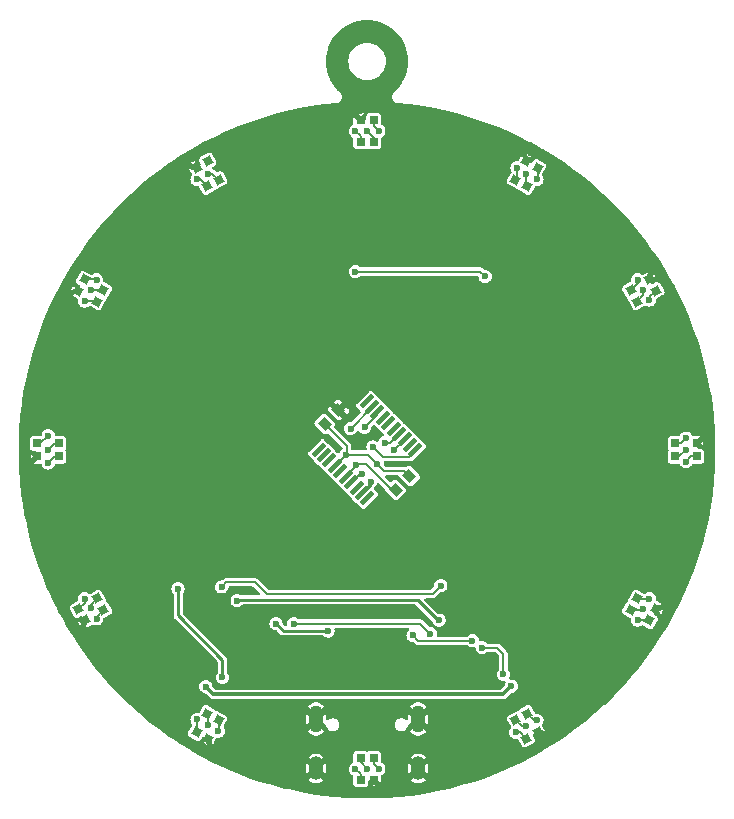
<source format=gtl>
G04 #@! TF.GenerationSoftware,KiCad,Pcbnew,8.0.5*
G04 #@! TF.CreationDate,2024-12-10T21:34:54+01:00*
G04 #@! TF.ProjectId,xmasOrnament2024,786d6173-4f72-46e6-916d-656e74323032,rev?*
G04 #@! TF.SameCoordinates,Original*
G04 #@! TF.FileFunction,Copper,L1,Top*
G04 #@! TF.FilePolarity,Positive*
%FSLAX46Y46*%
G04 Gerber Fmt 4.6, Leading zero omitted, Abs format (unit mm)*
G04 Created by KiCad (PCBNEW 8.0.5) date 2024-12-10 21:34:54*
%MOMM*%
%LPD*%
G01*
G04 APERTURE LIST*
G04 Aperture macros list*
%AMRotRect*
0 Rectangle, with rotation*
0 The origin of the aperture is its center*
0 $1 length*
0 $2 width*
0 $3 Rotation angle, in degrees counterclockwise*
0 Add horizontal line*
21,1,$1,$2,0,0,$3*%
G04 Aperture macros list end*
G04 #@! TA.AperFunction,SMDPad,CuDef*
%ADD10R,0.700000X0.700000*%
G04 #@! TD*
G04 #@! TA.AperFunction,SMDPad,CuDef*
%ADD11RotRect,0.700000X0.700000X30.000000*%
G04 #@! TD*
G04 #@! TA.AperFunction,SMDPad,CuDef*
%ADD12RotRect,0.700000X0.700000X210.000000*%
G04 #@! TD*
G04 #@! TA.AperFunction,SMDPad,CuDef*
%ADD13RotRect,1.350000X0.400000X45.000000*%
G04 #@! TD*
G04 #@! TA.AperFunction,SMDPad,CuDef*
%ADD14RotRect,0.800000X0.950000X45.000000*%
G04 #@! TD*
G04 #@! TA.AperFunction,SMDPad,CuDef*
%ADD15RotRect,0.700000X0.700000X330.000000*%
G04 #@! TD*
G04 #@! TA.AperFunction,SMDPad,CuDef*
%ADD16RotRect,0.700000X0.700000X150.000000*%
G04 #@! TD*
G04 #@! TA.AperFunction,SMDPad,CuDef*
%ADD17RotRect,0.700000X0.700000X240.000000*%
G04 #@! TD*
G04 #@! TA.AperFunction,SMDPad,CuDef*
%ADD18RotRect,0.800000X0.950000X225.000000*%
G04 #@! TD*
G04 #@! TA.AperFunction,SMDPad,CuDef*
%ADD19RotRect,0.700000X0.700000X300.000000*%
G04 #@! TD*
G04 #@! TA.AperFunction,SMDPad,CuDef*
%ADD20RotRect,0.700000X0.700000X120.000000*%
G04 #@! TD*
G04 #@! TA.AperFunction,SMDPad,CuDef*
%ADD21RotRect,0.700000X0.700000X60.000000*%
G04 #@! TD*
G04 #@! TA.AperFunction,ComponentPad*
%ADD22O,1.200000X2.000000*%
G04 #@! TD*
G04 #@! TA.AperFunction,ComponentPad*
%ADD23O,1.200000X2.300000*%
G04 #@! TD*
G04 #@! TA.AperFunction,ViaPad*
%ADD24C,0.600000*%
G04 #@! TD*
G04 #@! TA.AperFunction,Conductor*
%ADD25C,0.256000*%
G04 #@! TD*
G04 #@! TA.AperFunction,Conductor*
%ADD26C,0.300000*%
G04 #@! TD*
G04 #@! TA.AperFunction,Conductor*
%ADD27C,0.200000*%
G04 #@! TD*
G04 APERTURE END LIST*
D10*
X143300000Y-123615000D03*
X144400000Y-123615000D03*
X144400000Y-121785000D03*
X143300000Y-121785000D03*
D11*
X119399901Y-109181186D03*
X119949901Y-110133814D03*
X121534727Y-109218814D03*
X120984727Y-108266186D03*
D12*
X168300099Y-82218814D03*
X167750099Y-81266186D03*
X166165273Y-82181186D03*
X166715273Y-83133814D03*
D13*
X139748781Y-95664645D03*
X140208400Y-96124264D03*
X140668019Y-96583883D03*
X141127639Y-97043503D03*
X141587258Y-97503122D03*
X142046878Y-97962742D03*
X142506497Y-98422361D03*
X142966117Y-98881981D03*
X143425736Y-99341600D03*
X143885355Y-99801219D03*
X147951219Y-95735355D03*
X147491600Y-95275736D03*
X147031981Y-94816117D03*
X146572361Y-94356497D03*
X146112742Y-93896878D03*
X145653122Y-93437258D03*
X145193503Y-92977639D03*
X144733883Y-92518019D03*
X144274264Y-92058400D03*
X143814645Y-91598781D03*
D14*
X146266637Y-99083363D03*
X147433363Y-97916637D03*
D15*
X119949901Y-81266186D03*
X119399901Y-82218814D03*
X120984727Y-83133814D03*
X121534727Y-82181186D03*
D10*
X115935000Y-95150000D03*
X115935000Y-96250000D03*
X117765000Y-96250000D03*
X117765000Y-95150000D03*
D16*
X167750099Y-110133814D03*
X168300099Y-109181186D03*
X166715273Y-108266186D03*
X166165273Y-109218814D03*
D17*
X158283814Y-71799901D03*
X157331186Y-71249901D03*
X156416186Y-72834727D03*
X157368814Y-73384727D03*
D18*
X141433363Y-92316637D03*
X140266637Y-93483363D03*
D19*
X130368814Y-71249901D03*
X129416186Y-71799901D03*
X130331186Y-73384727D03*
X131283814Y-72834727D03*
D20*
X157331186Y-120150099D03*
X158283814Y-119600099D03*
X157368814Y-118015273D03*
X156416186Y-118565273D03*
D21*
X129416186Y-119600099D03*
X130368814Y-120150099D03*
X131283814Y-118565273D03*
X130331186Y-118015273D03*
D10*
X144400000Y-67785000D03*
X143300000Y-67785000D03*
X143300000Y-69615000D03*
X144400000Y-69615000D03*
X171765000Y-96250000D03*
X171765000Y-95150000D03*
X169935000Y-95150000D03*
X169935000Y-96250000D03*
D22*
X148175000Y-122660000D03*
D23*
X148175000Y-118480000D03*
D22*
X139525000Y-122660000D03*
D23*
X139525000Y-118480000D03*
D24*
X129050000Y-71100000D03*
X168450000Y-80900000D03*
X115150000Y-96300000D03*
X172550000Y-95100000D03*
X157750000Y-70600000D03*
X138100000Y-117700000D03*
X138100000Y-119200000D03*
X143850000Y-120200000D03*
X149850000Y-119200000D03*
X158650000Y-120200000D03*
X119250000Y-110500000D03*
X149850000Y-117700000D03*
X144450000Y-124400000D03*
X143250000Y-67000000D03*
X142850000Y-94700000D03*
X143850000Y-71950000D03*
X143850000Y-106950000D03*
X129950000Y-120800000D03*
X156050000Y-115700000D03*
X132850000Y-108450000D03*
X130200000Y-115750000D03*
X149950000Y-110100000D03*
X170850000Y-95700000D03*
X120450000Y-82200000D03*
X143850000Y-122700000D03*
X130350000Y-119000000D03*
X130350000Y-72300000D03*
X116850000Y-95700000D03*
X157350000Y-72300000D03*
X120450000Y-109100000D03*
X167250000Y-109200000D03*
X143850000Y-68700000D03*
X157350000Y-119100000D03*
X167250000Y-82200000D03*
X136150000Y-110400000D03*
X140550000Y-111028000D03*
X152756000Y-111856000D03*
X147750000Y-111400000D03*
X142850000Y-68700000D03*
X153850000Y-81000000D03*
X142850000Y-80600000D03*
X146150000Y-95700000D03*
X144850000Y-68700000D03*
X156550000Y-71800000D03*
X166750000Y-81300000D03*
X158250000Y-72800000D03*
X167750000Y-83000000D03*
X170850000Y-94700000D03*
X167750000Y-108300000D03*
X170850000Y-96700000D03*
X158250000Y-118600000D03*
X166750000Y-110100000D03*
X131250000Y-119500000D03*
X142850000Y-122700000D03*
X144150000Y-98400000D03*
X149200000Y-111250000D03*
X137650000Y-110400000D03*
X143450000Y-97700000D03*
X156450000Y-119600000D03*
X144850000Y-122700000D03*
X145350000Y-95100000D03*
X131550000Y-107300000D03*
X150100000Y-107200000D03*
X144350000Y-95450000D03*
X142900000Y-96950000D03*
X142450000Y-93900000D03*
X143650000Y-93800000D03*
X120950000Y-110000000D03*
X129450000Y-118500000D03*
X116850000Y-96800000D03*
X119950000Y-108300000D03*
X119950000Y-83100000D03*
X116850000Y-94500000D03*
X120950000Y-81300000D03*
X129450000Y-72800000D03*
X127850000Y-107450000D03*
X144687608Y-96862392D03*
X155400000Y-114700000D03*
X153600000Y-112450000D03*
X142050000Y-96100000D03*
X131600000Y-114950000D03*
D25*
X132900000Y-108400000D02*
X148125500Y-108400000D01*
D26*
X130850000Y-116400000D02*
X155350000Y-116400000D01*
D25*
X149825500Y-110100000D02*
X149950000Y-110100000D01*
X148125500Y-108400000D02*
X149825500Y-110100000D01*
X132850000Y-108450000D02*
X132900000Y-108400000D01*
D26*
X155350000Y-116400000D02*
X156050000Y-115700000D01*
X130200000Y-115750000D02*
X130850000Y-116400000D01*
D27*
X117765000Y-95150000D02*
X117400000Y-95150000D01*
X120450000Y-109100000D02*
X120450000Y-108800913D01*
X167250000Y-82200000D02*
X167250000Y-82599087D01*
X130350000Y-118034087D02*
X130331186Y-118015273D01*
X130350000Y-119000000D02*
X130350000Y-118034087D01*
X167231186Y-109218814D02*
X167250000Y-109200000D01*
X156950913Y-119100000D02*
X156416186Y-118565273D01*
X169935000Y-96250000D02*
X170300000Y-96250000D01*
X117400000Y-95150000D02*
X116850000Y-95700000D01*
X157350000Y-119100000D02*
X156950913Y-119100000D01*
X143850000Y-68700000D02*
X144400000Y-69250000D01*
X121534727Y-82181186D02*
X120468814Y-82181186D01*
X167250000Y-82599087D02*
X166715273Y-83133814D01*
X144400000Y-69250000D02*
X144400000Y-69615000D01*
X166165273Y-109218814D02*
X167231186Y-109218814D01*
X130749087Y-72300000D02*
X131283814Y-72834727D01*
X157350000Y-73365913D02*
X157368814Y-73384727D01*
X120468814Y-82181186D02*
X120450000Y-82200000D01*
X130350000Y-72300000D02*
X130749087Y-72300000D01*
X170300000Y-96250000D02*
X170850000Y-95700000D01*
X143850000Y-122700000D02*
X143300000Y-122150000D01*
X143300000Y-122150000D02*
X143300000Y-121785000D01*
X157350000Y-72300000D02*
X157350000Y-73365913D01*
X120450000Y-108800913D02*
X120984727Y-108266186D01*
D25*
X140550000Y-111028000D02*
X136778000Y-111028000D01*
X136778000Y-111028000D02*
X136150000Y-110400000D01*
D27*
X148206000Y-111856000D02*
X147750000Y-111400000D01*
X152756000Y-111856000D02*
X148206000Y-111856000D01*
X147031981Y-94816117D02*
X147031981Y-94818019D01*
X143300000Y-69615000D02*
X143300000Y-69150000D01*
X143300000Y-69150000D02*
X142850000Y-68700000D01*
X153450000Y-80600000D02*
X153850000Y-81000000D01*
X142850000Y-80600000D02*
X153450000Y-80600000D01*
X147031981Y-94818019D02*
X146150000Y-95700000D01*
X144400000Y-68250000D02*
X144850000Y-68700000D01*
X156550000Y-71800000D02*
X156550000Y-72700913D01*
X144400000Y-67785000D02*
X144400000Y-68250000D01*
X156550000Y-72700913D02*
X156416186Y-72834727D01*
X166750000Y-81596459D02*
X166165273Y-82181186D01*
X158283814Y-72766186D02*
X158250000Y-72800000D01*
X166750000Y-81300000D02*
X166750000Y-81596459D01*
X158283814Y-71799901D02*
X158283814Y-72766186D01*
X170400000Y-95150000D02*
X170850000Y-94700000D01*
X169935000Y-95150000D02*
X170400000Y-95150000D01*
X167750000Y-82768913D02*
X168300099Y-82218814D01*
X167750000Y-83000000D02*
X167750000Y-82768913D01*
X171300000Y-96250000D02*
X170850000Y-96700000D01*
X167750000Y-108300000D02*
X166749087Y-108300000D01*
X166749087Y-108300000D02*
X166715273Y-108266186D01*
X171765000Y-96250000D02*
X171300000Y-96250000D01*
X158250000Y-118600000D02*
X157953541Y-118600000D01*
X166750000Y-110100000D02*
X167716285Y-110100000D01*
X157953541Y-118600000D02*
X157368814Y-118015273D01*
X167716285Y-110100000D02*
X167750099Y-110133814D01*
X143300000Y-123150000D02*
X142850000Y-122700000D01*
X131283814Y-119466186D02*
X131250000Y-119500000D01*
X131283814Y-118565273D02*
X131283814Y-119466186D01*
X143300000Y-123615000D02*
X143300000Y-123150000D01*
X148350000Y-110400000D02*
X137650000Y-110400000D01*
D25*
X143425736Y-99341600D02*
X144150000Y-98617336D01*
D27*
X149200000Y-111250000D02*
X148350000Y-110400000D01*
D25*
X144150000Y-98617336D02*
X144150000Y-98400000D01*
D27*
X143450000Y-97700000D02*
X143228858Y-97700000D01*
X143228858Y-97700000D02*
X142506497Y-98422361D01*
X144400000Y-121785000D02*
X144400000Y-122250000D01*
X144400000Y-122250000D02*
X144850000Y-122700000D01*
X156450000Y-119600000D02*
X156781087Y-119600000D01*
X156781087Y-119600000D02*
X157331186Y-120150099D01*
X134350000Y-106900000D02*
X131950000Y-106900000D01*
X131950000Y-106900000D02*
X131550000Y-107300000D01*
X135350000Y-107900000D02*
X134350000Y-106900000D01*
X145828858Y-95100000D02*
X145350000Y-95100000D01*
X150100000Y-107200000D02*
X149400000Y-107900000D01*
X149400000Y-107900000D02*
X135350000Y-107900000D01*
X146572361Y-94356497D02*
X145828858Y-95100000D01*
X144350000Y-95450000D02*
X145200000Y-96300000D01*
X145200000Y-96300000D02*
X147386574Y-96300000D01*
X147386574Y-96300000D02*
X147951219Y-95735355D01*
X142900000Y-96950000D02*
X142750000Y-97100000D01*
X142046878Y-97962742D02*
X142750000Y-97259620D01*
X143750000Y-96900000D02*
X145933363Y-99083363D01*
X145933363Y-99083363D02*
X146266637Y-99083363D01*
X142750000Y-97259620D02*
X142750000Y-97100000D01*
X142750000Y-97100000D02*
X142950000Y-96900000D01*
X142950000Y-96900000D02*
X143750000Y-96900000D01*
X142450000Y-93900000D02*
X144274264Y-92075736D01*
X144274264Y-92075736D02*
X144274264Y-92058400D01*
X144733883Y-92518019D02*
X144733883Y-92716117D01*
X144733883Y-92716117D02*
X143650000Y-93800000D01*
X120950000Y-110000000D02*
X120950000Y-109803541D01*
X129450000Y-118500000D02*
X129416186Y-118533814D01*
X120950000Y-109803541D02*
X121534727Y-109218814D01*
X129416186Y-118533814D02*
X129416186Y-119600099D01*
X119950000Y-108631087D02*
X119399901Y-109181186D01*
X117765000Y-96250000D02*
X117400000Y-96250000D01*
X117400000Y-96250000D02*
X116850000Y-96800000D01*
X119950000Y-108300000D02*
X119950000Y-108631087D01*
X120950913Y-83100000D02*
X120984727Y-83133814D01*
X116200000Y-95150000D02*
X116850000Y-94500000D01*
X119950000Y-83100000D02*
X120950913Y-83100000D01*
X115935000Y-95150000D02*
X116200000Y-95150000D01*
X129746459Y-72800000D02*
X130331186Y-73384727D01*
X129450000Y-72800000D02*
X129746459Y-72800000D01*
X120916186Y-81266186D02*
X120950000Y-81300000D01*
X119949901Y-81266186D02*
X120916186Y-81266186D01*
X143925216Y-96100000D02*
X145325216Y-97500000D01*
D25*
X131600000Y-113450000D02*
X131600000Y-114950000D01*
D27*
X147016726Y-97500000D02*
X147433363Y-97916637D01*
D25*
X127850000Y-107450000D02*
X127850000Y-109700000D01*
D27*
X155400000Y-113000000D02*
X155400000Y-114700000D01*
X142150000Y-95366726D02*
X140266637Y-93483363D01*
X142150000Y-96021142D02*
X142150000Y-95366726D01*
X145325216Y-97500000D02*
X147016726Y-97500000D01*
X154850000Y-112450000D02*
X155400000Y-113000000D01*
D25*
X127850000Y-109700000D02*
X131600000Y-113450000D01*
D27*
X153600000Y-112450000D02*
X154850000Y-112450000D01*
X142050000Y-96100000D02*
X143925216Y-96100000D01*
X141127639Y-97043503D02*
X142150000Y-96021142D01*
G04 #@! TA.AperFunction,Conductor*
G36*
X144211029Y-59329342D02*
G01*
X144224021Y-59330718D01*
X144574594Y-59386676D01*
X144587347Y-59389408D01*
X144930079Y-59481982D01*
X144942499Y-59486052D01*
X145273536Y-59614195D01*
X145285467Y-59619553D01*
X145601178Y-59781858D01*
X145612474Y-59788440D01*
X145872951Y-59959239D01*
X145909328Y-59983092D01*
X145919871Y-59990830D01*
X146194581Y-60215674D01*
X146204243Y-60224471D01*
X146453740Y-60476996D01*
X146462428Y-60486772D01*
X146683931Y-60764161D01*
X146691542Y-60774797D01*
X146882602Y-61073984D01*
X146889050Y-61085363D01*
X147047530Y-61403001D01*
X147052744Y-61414996D01*
X147176888Y-61747566D01*
X147180809Y-61760043D01*
X147269232Y-62103828D01*
X147271818Y-62116649D01*
X147323540Y-62467854D01*
X147324760Y-62480876D01*
X147339203Y-62835551D01*
X147339046Y-62848629D01*
X147316048Y-63202879D01*
X147314513Y-63215867D01*
X147254336Y-63565705D01*
X147251442Y-63578460D01*
X147154749Y-63920016D01*
X147150528Y-63932395D01*
X147018396Y-64261873D01*
X147012894Y-64273739D01*
X146846794Y-64587464D01*
X146840073Y-64598684D01*
X146641853Y-64893169D01*
X146633988Y-64903618D01*
X146405859Y-65175580D01*
X146396937Y-65185144D01*
X146140476Y-65432485D01*
X146134104Y-65438219D01*
X146092470Y-65473154D01*
X146091269Y-65474466D01*
X146090887Y-65474837D01*
X146090328Y-65475469D01*
X146088983Y-65476962D01*
X146088446Y-65477547D01*
X146088126Y-65477953D01*
X146086934Y-65479296D01*
X146052863Y-65529694D01*
X146051713Y-65531366D01*
X146016886Y-65581105D01*
X146016056Y-65582700D01*
X146015785Y-65583155D01*
X146015421Y-65583884D01*
X146014525Y-65585639D01*
X146014145Y-65586368D01*
X146013932Y-65586864D01*
X146013130Y-65588468D01*
X145993304Y-65645847D01*
X145992626Y-65647757D01*
X145971817Y-65704932D01*
X145971432Y-65706673D01*
X145971290Y-65707176D01*
X145971131Y-65707953D01*
X145970720Y-65709881D01*
X145970526Y-65710754D01*
X145970446Y-65711308D01*
X145970092Y-65713035D01*
X145965792Y-65773601D01*
X145965631Y-65775623D01*
X145960331Y-65836215D01*
X145960410Y-65838028D01*
X145960403Y-65838540D01*
X145960445Y-65839241D01*
X145960548Y-65841226D01*
X145960588Y-65842158D01*
X145960654Y-65842715D01*
X145960760Y-65844483D01*
X145972277Y-65904071D01*
X145972646Y-65906065D01*
X145983217Y-65966010D01*
X145983755Y-65967715D01*
X145983879Y-65968204D01*
X145984117Y-65968917D01*
X145984737Y-65970828D01*
X145985006Y-65971682D01*
X145985210Y-65972194D01*
X145985771Y-65973877D01*
X146012314Y-66028445D01*
X146013188Y-66030279D01*
X146038909Y-66085437D01*
X146039868Y-66086943D01*
X146040115Y-66087385D01*
X146040524Y-66088004D01*
X146041633Y-66089713D01*
X146042126Y-66090487D01*
X146042449Y-66090920D01*
X146043416Y-66092384D01*
X146083163Y-66138205D01*
X146084483Y-66139752D01*
X146123618Y-66186391D01*
X146124931Y-66187594D01*
X146125274Y-66187947D01*
X146125802Y-66188415D01*
X146127306Y-66189771D01*
X146128021Y-66190426D01*
X146128472Y-66190782D01*
X146129772Y-66191935D01*
X146179993Y-66225886D01*
X146181666Y-66227038D01*
X146221202Y-66254719D01*
X146231571Y-66261980D01*
X146231574Y-66261981D01*
X146233150Y-66262802D01*
X146233573Y-66263054D01*
X146234225Y-66263380D01*
X146236049Y-66264311D01*
X146236882Y-66264745D01*
X146237395Y-66264965D01*
X146238949Y-66265742D01*
X146296303Y-66285557D01*
X146298056Y-66286178D01*
X146355407Y-66307053D01*
X146355409Y-66307053D01*
X146355412Y-66307054D01*
X146357134Y-66307436D01*
X146357592Y-66307565D01*
X146358279Y-66307706D01*
X146360307Y-66308139D01*
X146361255Y-66308349D01*
X146361820Y-66308431D01*
X146363503Y-66308775D01*
X146363509Y-66308777D01*
X146420772Y-66312840D01*
X146425021Y-66313216D01*
X147491806Y-66426242D01*
X147496241Y-66426794D01*
X148559924Y-66579007D01*
X148564392Y-66579731D01*
X149621769Y-66770735D01*
X149626143Y-66771608D01*
X150675820Y-67001154D01*
X150680208Y-67002197D01*
X151720820Y-67269984D01*
X151725168Y-67271188D01*
X152755243Y-67576837D01*
X152759521Y-67578191D01*
X153777799Y-67921330D01*
X153782016Y-67922838D01*
X154786995Y-68302960D01*
X154791208Y-68304642D01*
X155781625Y-68721268D01*
X155785772Y-68723103D01*
X156760274Y-69175662D01*
X156764311Y-69177627D01*
X157585487Y-69596145D01*
X157721629Y-69665531D01*
X157725632Y-69667664D01*
X158614794Y-70162602D01*
X158664452Y-70190243D01*
X158668366Y-70192516D01*
X158712924Y-70219499D01*
X159587452Y-70749082D01*
X159591288Y-70751502D01*
X159838608Y-70913920D01*
X160489418Y-71341316D01*
X160493128Y-71343851D01*
X161369074Y-71966105D01*
X161372694Y-71968776D01*
X161895250Y-72369531D01*
X162225327Y-72622671D01*
X162228875Y-72625497D01*
X163056991Y-73310108D01*
X163060407Y-73313039D01*
X163862955Y-74027496D01*
X163866259Y-74030547D01*
X164642151Y-74773884D01*
X164645368Y-74777082D01*
X165393502Y-75548242D01*
X165396600Y-75551554D01*
X166116062Y-76349591D01*
X166119037Y-76353015D01*
X166808830Y-77176825D01*
X166811677Y-77180355D01*
X167470865Y-78028819D01*
X167473582Y-78032451D01*
X168101316Y-78904476D01*
X168103898Y-78908205D01*
X168699308Y-79802584D01*
X168701752Y-79806404D01*
X169264068Y-80721979D01*
X169266371Y-80725887D01*
X169794826Y-81661410D01*
X169796984Y-81665399D01*
X170015171Y-82086949D01*
X170191529Y-82427684D01*
X170290878Y-82619631D01*
X170292873Y-82623666D01*
X170586057Y-83244757D01*
X170751543Y-83595330D01*
X170753403Y-83599466D01*
X171176223Y-84587231D01*
X171177911Y-84591382D01*
X171564339Y-85593985D01*
X171565892Y-85598246D01*
X171915384Y-86614279D01*
X171916781Y-86618594D01*
X172228893Y-87646762D01*
X172230130Y-87651126D01*
X172504410Y-88689937D01*
X172505488Y-88694342D01*
X172741614Y-89742574D01*
X172742529Y-89747017D01*
X172924704Y-90720577D01*
X172940148Y-90803108D01*
X172940901Y-90807580D01*
X173099775Y-91870255D01*
X173100363Y-91874752D01*
X173220263Y-92942477D01*
X173220687Y-92946993D01*
X173301462Y-94018424D01*
X173301720Y-94022952D01*
X173343257Y-95096585D01*
X173343350Y-95101120D01*
X173345597Y-96175606D01*
X173345523Y-96180141D01*
X173308474Y-97253938D01*
X173308235Y-97258467D01*
X173231939Y-98330227D01*
X173231534Y-98334744D01*
X173116099Y-99402956D01*
X173115530Y-99407456D01*
X172961100Y-100470780D01*
X172960366Y-100475256D01*
X172767159Y-101532195D01*
X172766262Y-101536641D01*
X172534528Y-102585813D01*
X172533469Y-102590223D01*
X172263519Y-103630231D01*
X172262299Y-103634599D01*
X171954507Y-104663997D01*
X171953129Y-104668318D01*
X171607882Y-105685819D01*
X171606346Y-105690087D01*
X171224125Y-106694270D01*
X171222434Y-106698478D01*
X170803757Y-107687980D01*
X170801914Y-107692124D01*
X170347314Y-108665689D01*
X170345320Y-108669763D01*
X169855431Y-109626030D01*
X169853290Y-109630028D01*
X169328739Y-110567773D01*
X169326452Y-110571690D01*
X168767983Y-111489583D01*
X168765555Y-111493414D01*
X168173889Y-112390273D01*
X168171323Y-112394013D01*
X167547240Y-113268655D01*
X167544539Y-113272298D01*
X166888887Y-114123533D01*
X166886054Y-114127075D01*
X166199712Y-114953760D01*
X166196751Y-114957196D01*
X165480657Y-115758205D01*
X165477573Y-115761531D01*
X164732628Y-116535854D01*
X164729424Y-116539064D01*
X163956688Y-117285598D01*
X163953369Y-117288689D01*
X163153845Y-118006469D01*
X163150415Y-118009437D01*
X162325165Y-118697506D01*
X162321629Y-118700346D01*
X161471784Y-119357763D01*
X161468147Y-119360472D01*
X160594811Y-119986382D01*
X160591077Y-119988956D01*
X159695444Y-120582504D01*
X159691618Y-120584940D01*
X158774882Y-121145333D01*
X158770969Y-121147628D01*
X157834355Y-121674120D01*
X157830362Y-121676270D01*
X156875089Y-122168173D01*
X156871019Y-122170175D01*
X155898428Y-122626799D01*
X155894288Y-122628651D01*
X154905631Y-123049409D01*
X154901426Y-123051108D01*
X153898077Y-123435416D01*
X153893813Y-123436961D01*
X152877044Y-123784331D01*
X152872725Y-123785719D01*
X151843923Y-124095676D01*
X151839558Y-124096904D01*
X151371273Y-124219500D01*
X150800165Y-124369014D01*
X150795767Y-124370081D01*
X149747048Y-124604014D01*
X149742604Y-124604920D01*
X148686066Y-124800338D01*
X148681591Y-124801081D01*
X147618622Y-124957728D01*
X147614124Y-124958307D01*
X146546125Y-125075979D01*
X146541608Y-125076393D01*
X145470039Y-125154926D01*
X145465511Y-125155175D01*
X144391765Y-125194469D01*
X144387230Y-125194552D01*
X143312770Y-125194552D01*
X143308235Y-125194469D01*
X142234488Y-125155175D01*
X142229960Y-125154926D01*
X141158391Y-125076393D01*
X141153874Y-125075979D01*
X140085875Y-124958307D01*
X140081377Y-124957728D01*
X139018408Y-124801081D01*
X139013933Y-124800338D01*
X137957395Y-124604920D01*
X137952951Y-124604014D01*
X137240936Y-124445188D01*
X136904223Y-124370079D01*
X136899847Y-124369017D01*
X135860441Y-124096904D01*
X135856076Y-124095676D01*
X134827274Y-123785719D01*
X134822955Y-123784331D01*
X133806186Y-123436961D01*
X133801922Y-123435416D01*
X132798573Y-123051108D01*
X132794368Y-123049409D01*
X131805711Y-122628651D01*
X131801571Y-122626799D01*
X130841151Y-122175889D01*
X138671000Y-122175889D01*
X138671000Y-123144116D01*
X138673709Y-123157735D01*
X138673710Y-123157735D01*
X139171447Y-122660000D01*
X139171447Y-122659999D01*
X138673710Y-122162262D01*
X138671000Y-122175889D01*
X130841151Y-122175889D01*
X130828980Y-122170175D01*
X130824910Y-122168173D01*
X129875626Y-121679354D01*
X138897907Y-121679354D01*
X139314644Y-122096091D01*
X139284940Y-122125795D01*
X139245444Y-122194204D01*
X139225000Y-122270504D01*
X139225000Y-123049496D01*
X139245444Y-123125796D01*
X139284940Y-123194205D01*
X139314643Y-123223908D01*
X138897907Y-123640644D01*
X138980608Y-123723346D01*
X139120472Y-123816801D01*
X139120485Y-123816808D01*
X139275892Y-123881179D01*
X139275904Y-123881182D01*
X139440883Y-123913999D01*
X139440886Y-123914000D01*
X139609114Y-123914000D01*
X139609116Y-123913999D01*
X139774095Y-123881182D01*
X139774107Y-123881179D01*
X139929514Y-123816808D01*
X139929527Y-123816801D01*
X140069388Y-123723348D01*
X140152092Y-123640644D01*
X139735356Y-123223908D01*
X139765060Y-123194205D01*
X139804556Y-123125796D01*
X139825000Y-123049496D01*
X139825000Y-122659999D01*
X139878553Y-122659999D01*
X139878553Y-122660000D01*
X140376288Y-123157735D01*
X140378999Y-123144112D01*
X140379000Y-123144107D01*
X140379000Y-122699998D01*
X142290715Y-122699998D01*
X142290715Y-122700001D01*
X142309771Y-122844752D01*
X142309773Y-122844757D01*
X142365642Y-122979638D01*
X142365645Y-122979644D01*
X142419857Y-123050293D01*
X142454526Y-123095474D01*
X142570357Y-123184355D01*
X142618953Y-123204484D01*
X142673355Y-123248322D01*
X142695421Y-123314616D01*
X142695500Y-123319044D01*
X142695500Y-123990063D01*
X142710266Y-124064301D01*
X142766515Y-124148484D01*
X142800234Y-124171014D01*
X142850699Y-124204734D01*
X142850702Y-124204734D01*
X142850703Y-124204735D01*
X142875666Y-124209700D01*
X142924933Y-124219500D01*
X143675066Y-124219499D01*
X143677585Y-124218998D01*
X144149552Y-124218998D01*
X144149553Y-124218999D01*
X144650445Y-124218999D01*
X144650445Y-124218998D01*
X144400001Y-123968553D01*
X144400000Y-123968553D01*
X144149552Y-124218998D01*
X143677585Y-124218998D01*
X143749301Y-124204734D01*
X143833484Y-124148484D01*
X143889734Y-124064301D01*
X143904500Y-123990067D01*
X143904499Y-123808305D01*
X143924183Y-123741268D01*
X143940818Y-123720626D01*
X144312318Y-123349127D01*
X144373641Y-123315642D01*
X144443333Y-123320626D01*
X144487680Y-123349127D01*
X145003998Y-123865446D01*
X145003999Y-123865445D01*
X145003999Y-123319252D01*
X145023684Y-123252213D01*
X145076488Y-123206458D01*
X145080533Y-123204696D01*
X145129643Y-123184355D01*
X145245474Y-123095474D01*
X145334355Y-122979643D01*
X145390228Y-122844754D01*
X145409285Y-122700000D01*
X145390228Y-122555246D01*
X145334355Y-122420358D01*
X145245474Y-122304526D01*
X145129643Y-122215645D01*
X145129639Y-122215643D01*
X145081046Y-122195515D01*
X145056692Y-122175889D01*
X147321000Y-122175889D01*
X147321000Y-123144116D01*
X147323709Y-123157735D01*
X147323710Y-123157735D01*
X147821447Y-122660000D01*
X147821447Y-122659999D01*
X147323710Y-122162262D01*
X147321000Y-122175889D01*
X145056692Y-122175889D01*
X145026643Y-122151674D01*
X145004578Y-122085380D01*
X145004499Y-122081004D01*
X145004499Y-121679354D01*
X147547907Y-121679354D01*
X147964644Y-122096091D01*
X147934940Y-122125795D01*
X147895444Y-122194204D01*
X147875000Y-122270504D01*
X147875000Y-123049496D01*
X147895444Y-123125796D01*
X147934940Y-123194205D01*
X147964643Y-123223908D01*
X147547907Y-123640644D01*
X147630608Y-123723346D01*
X147770472Y-123816801D01*
X147770485Y-123816808D01*
X147925892Y-123881179D01*
X147925904Y-123881182D01*
X148090883Y-123913999D01*
X148090886Y-123914000D01*
X148259114Y-123914000D01*
X148259116Y-123913999D01*
X148424095Y-123881182D01*
X148424107Y-123881179D01*
X148579514Y-123816808D01*
X148579527Y-123816801D01*
X148719388Y-123723348D01*
X148802092Y-123640644D01*
X148385356Y-123223908D01*
X148415060Y-123194205D01*
X148454556Y-123125796D01*
X148475000Y-123049496D01*
X148475000Y-122659999D01*
X148528553Y-122659999D01*
X148528553Y-122660000D01*
X149026288Y-123157735D01*
X149028999Y-123144112D01*
X149029000Y-123144107D01*
X149029000Y-122175888D01*
X149026289Y-122162263D01*
X149026288Y-122162262D01*
X148528553Y-122659999D01*
X148475000Y-122659999D01*
X148475000Y-122270504D01*
X148454556Y-122194204D01*
X148415060Y-122125795D01*
X148385356Y-122096091D01*
X148802092Y-121679354D01*
X148802092Y-121679353D01*
X148719396Y-121596657D01*
X148719392Y-121596654D01*
X148579527Y-121503198D01*
X148579514Y-121503191D01*
X148424107Y-121438820D01*
X148424095Y-121438817D01*
X148259115Y-121406000D01*
X148090885Y-121406000D01*
X147925904Y-121438817D01*
X147925892Y-121438820D01*
X147770485Y-121503191D01*
X147770472Y-121503198D01*
X147630610Y-121596652D01*
X147547907Y-121679354D01*
X145004499Y-121679354D01*
X145004499Y-121409934D01*
X144989734Y-121335699D01*
X144950000Y-121276233D01*
X144933484Y-121251515D01*
X144881109Y-121216520D01*
X144849301Y-121195266D01*
X144849299Y-121195265D01*
X144849296Y-121195264D01*
X144775069Y-121180500D01*
X144024936Y-121180500D01*
X143950698Y-121195266D01*
X143918891Y-121216520D01*
X143852214Y-121237398D01*
X143784834Y-121218914D01*
X143781109Y-121216520D01*
X143749300Y-121195265D01*
X143749296Y-121195264D01*
X143675069Y-121180500D01*
X142924936Y-121180500D01*
X142850698Y-121195266D01*
X142766515Y-121251515D01*
X142710266Y-121335699D01*
X142710264Y-121335703D01*
X142695500Y-121409928D01*
X142695500Y-122080954D01*
X142675815Y-122147993D01*
X142623011Y-122193748D01*
X142618956Y-122195514D01*
X142570358Y-122215645D01*
X142454526Y-122304526D01*
X142365643Y-122420361D01*
X142309772Y-122555245D01*
X142309771Y-122555247D01*
X142290715Y-122699998D01*
X140379000Y-122699998D01*
X140379000Y-122175888D01*
X140376289Y-122162263D01*
X140376288Y-122162262D01*
X139878553Y-122659999D01*
X139825000Y-122659999D01*
X139825000Y-122270504D01*
X139804556Y-122194204D01*
X139765060Y-122125795D01*
X139735356Y-122096091D01*
X140152092Y-121679354D01*
X140069391Y-121596653D01*
X139929527Y-121503198D01*
X139929514Y-121503191D01*
X139774107Y-121438820D01*
X139774095Y-121438817D01*
X139609115Y-121406000D01*
X139440885Y-121406000D01*
X139275904Y-121438817D01*
X139275892Y-121438820D01*
X139120485Y-121503191D01*
X139120472Y-121503198D01*
X138980610Y-121596652D01*
X138897907Y-121679354D01*
X129875626Y-121679354D01*
X129869637Y-121676270D01*
X129865644Y-121674120D01*
X128929030Y-121147628D01*
X128925117Y-121145333D01*
X128008381Y-120584940D01*
X128004555Y-120582504D01*
X127952422Y-120547955D01*
X129849921Y-120547955D01*
X130283705Y-120798399D01*
X130192036Y-120456285D01*
X129849921Y-120547955D01*
X127952422Y-120547955D01*
X127386123Y-120172661D01*
X127108922Y-119988956D01*
X127105188Y-119986382D01*
X126697694Y-119694336D01*
X128680811Y-119694336D01*
X128687433Y-119795370D01*
X128732210Y-119886168D01*
X128732212Y-119886172D01*
X128732213Y-119886173D01*
X128789118Y-119936078D01*
X128896289Y-119997953D01*
X129323037Y-120244335D01*
X129438753Y-120311143D01*
X129510425Y-120335474D01*
X129611455Y-120328852D01*
X129702260Y-120284072D01*
X129752165Y-120227167D01*
X129843045Y-120069756D01*
X129893609Y-120021544D01*
X129918337Y-120011984D01*
X130062627Y-119973322D01*
X130425815Y-119876006D01*
X130495665Y-119877669D01*
X130553528Y-119916831D01*
X130577684Y-119963687D01*
X130766669Y-120668991D01*
X131079396Y-120127332D01*
X131080137Y-120125697D01*
X131080754Y-120124980D01*
X131082446Y-120122050D01*
X131083001Y-120122370D01*
X131125729Y-120072753D01*
X131192708Y-120052863D01*
X131209267Y-120053922D01*
X131250000Y-120059285D01*
X131250001Y-120059285D01*
X131298251Y-120052932D01*
X131394754Y-120040228D01*
X131529643Y-119984355D01*
X131645474Y-119895474D01*
X131734355Y-119779643D01*
X131790228Y-119644754D01*
X131805607Y-119527937D01*
X131809285Y-119500001D01*
X131809285Y-119499998D01*
X131790228Y-119355247D01*
X131790228Y-119355246D01*
X131734355Y-119220358D01*
X131710187Y-119188861D01*
X131684994Y-119123694D01*
X131699032Y-119055250D01*
X131701177Y-119051377D01*
X131727889Y-119005110D01*
X131742128Y-118980447D01*
X138671000Y-118980447D01*
X139171447Y-118480000D01*
X139171447Y-118479999D01*
X138671000Y-117979552D01*
X138671000Y-118980447D01*
X131742128Y-118980447D01*
X131994858Y-118542706D01*
X132019189Y-118471034D01*
X132012567Y-118370004D01*
X132005289Y-118355246D01*
X131967789Y-118279203D01*
X131967787Y-118279199D01*
X131910882Y-118229294D01*
X131895410Y-118220361D01*
X131261248Y-117854229D01*
X131189576Y-117829898D01*
X131189575Y-117829898D01*
X131181429Y-117830431D01*
X131151399Y-117832400D01*
X131083216Y-117817141D01*
X131034106Y-117767441D01*
X131032079Y-117763508D01*
X131015161Y-117729203D01*
X131015159Y-117729199D01*
X130970393Y-117689940D01*
X130958254Y-117679294D01*
X130958251Y-117679292D01*
X130530032Y-117432061D01*
X138830613Y-117432061D01*
X139238536Y-117839983D01*
X139225000Y-117890504D01*
X139225000Y-119069496D01*
X139238536Y-119120015D01*
X138830614Y-119527937D01*
X138830614Y-119527938D01*
X138861651Y-119574387D01*
X138861652Y-119574389D01*
X138980608Y-119693346D01*
X139120472Y-119786801D01*
X139120485Y-119786808D01*
X139275892Y-119851179D01*
X139275904Y-119851182D01*
X139440883Y-119883999D01*
X139440886Y-119884000D01*
X139609114Y-119884000D01*
X139609116Y-119883999D01*
X139774095Y-119851182D01*
X139774107Y-119851179D01*
X139929514Y-119786808D01*
X139929527Y-119786801D01*
X140069392Y-119693345D01*
X140069396Y-119693342D01*
X140188342Y-119574396D01*
X140188348Y-119574388D01*
X140219385Y-119527939D01*
X140219384Y-119527937D01*
X139811463Y-119120015D01*
X139825000Y-119069496D01*
X139825000Y-118479999D01*
X139878553Y-118479999D01*
X139878553Y-118480000D01*
X140378126Y-118979574D01*
X140410219Y-119035160D01*
X140435110Y-119128050D01*
X140447017Y-119172488D01*
X140519488Y-119298011D01*
X140519490Y-119298013D01*
X140519491Y-119298015D01*
X140621985Y-119400509D01*
X140621986Y-119400510D01*
X140621988Y-119400511D01*
X140747511Y-119472982D01*
X140747512Y-119472982D01*
X140747515Y-119472984D01*
X140887525Y-119510500D01*
X140887528Y-119510500D01*
X141032472Y-119510500D01*
X141032475Y-119510500D01*
X141172485Y-119472984D01*
X141298015Y-119400509D01*
X141400509Y-119298015D01*
X141472984Y-119172485D01*
X141510500Y-119032475D01*
X141510500Y-118887525D01*
X146189500Y-118887525D01*
X146189500Y-119032475D01*
X146215110Y-119128050D01*
X146227017Y-119172488D01*
X146299488Y-119298011D01*
X146299490Y-119298013D01*
X146299491Y-119298015D01*
X146401985Y-119400509D01*
X146401986Y-119400510D01*
X146401988Y-119400511D01*
X146527511Y-119472982D01*
X146527512Y-119472982D01*
X146527515Y-119472984D01*
X146667525Y-119510500D01*
X146667528Y-119510500D01*
X146812472Y-119510500D01*
X146812475Y-119510500D01*
X146952485Y-119472984D01*
X147078015Y-119400509D01*
X147180509Y-119298015D01*
X147252984Y-119172485D01*
X147289780Y-119035158D01*
X147321873Y-118979574D01*
X147821447Y-118480000D01*
X147821447Y-118479999D01*
X147321000Y-117979552D01*
X147321000Y-118463114D01*
X147301315Y-118530153D01*
X147248511Y-118575908D01*
X147179353Y-118585852D01*
X147115797Y-118556827D01*
X147109319Y-118550795D01*
X147078017Y-118519493D01*
X147078011Y-118519488D01*
X146952488Y-118447017D01*
X146952489Y-118447017D01*
X146941006Y-118443940D01*
X146812475Y-118409500D01*
X146667525Y-118409500D01*
X146538993Y-118443940D01*
X146527511Y-118447017D01*
X146401988Y-118519488D01*
X146401982Y-118519493D01*
X146299493Y-118621982D01*
X146299488Y-118621988D01*
X146227017Y-118747511D01*
X146227016Y-118747515D01*
X146189500Y-118887525D01*
X141510500Y-118887525D01*
X141472984Y-118747515D01*
X141444948Y-118698956D01*
X141400511Y-118621988D01*
X141400506Y-118621982D01*
X141298017Y-118519493D01*
X141298011Y-118519488D01*
X141172488Y-118447017D01*
X141172489Y-118447017D01*
X141161006Y-118443940D01*
X141032475Y-118409500D01*
X140887525Y-118409500D01*
X140758993Y-118443940D01*
X140747511Y-118447017D01*
X140621988Y-118519488D01*
X140621982Y-118519493D01*
X140590681Y-118550795D01*
X140529358Y-118584280D01*
X140459666Y-118579296D01*
X140403733Y-118537424D01*
X140379316Y-118471960D01*
X140379000Y-118463114D01*
X140379000Y-117979553D01*
X140378999Y-117979552D01*
X139878553Y-118479999D01*
X139825000Y-118479999D01*
X139825000Y-117890504D01*
X139811463Y-117839983D01*
X140219384Y-117432061D01*
X147480613Y-117432061D01*
X147888536Y-117839983D01*
X147875000Y-117890504D01*
X147875000Y-119069496D01*
X147888536Y-119120015D01*
X147480614Y-119527937D01*
X147480614Y-119527938D01*
X147511651Y-119574387D01*
X147511652Y-119574389D01*
X147630608Y-119693346D01*
X147770472Y-119786801D01*
X147770485Y-119786808D01*
X147925892Y-119851179D01*
X147925904Y-119851182D01*
X148090883Y-119883999D01*
X148090886Y-119884000D01*
X148259114Y-119884000D01*
X148259116Y-119883999D01*
X148424095Y-119851182D01*
X148424107Y-119851179D01*
X148579514Y-119786808D01*
X148579527Y-119786801D01*
X148719392Y-119693345D01*
X148719396Y-119693342D01*
X148838342Y-119574396D01*
X148838348Y-119574388D01*
X148869385Y-119527939D01*
X148869384Y-119527937D01*
X148461463Y-119120015D01*
X148475000Y-119069496D01*
X148475000Y-118479999D01*
X148528553Y-118479999D01*
X148528553Y-118480000D01*
X149028999Y-118980447D01*
X149029000Y-118980446D01*
X149029000Y-118471036D01*
X155680811Y-118471036D01*
X155705139Y-118542703D01*
X155705142Y-118542710D01*
X156031768Y-119108441D01*
X156048241Y-119176341D01*
X156025388Y-119242368D01*
X156022757Y-119245927D01*
X155965645Y-119320357D01*
X155965643Y-119320360D01*
X155909772Y-119455245D01*
X155909771Y-119455247D01*
X155890715Y-119599998D01*
X155890715Y-119600001D01*
X155909771Y-119744752D01*
X155909773Y-119744757D01*
X155965642Y-119879638D01*
X155965645Y-119879644D01*
X156054525Y-119995473D01*
X156054526Y-119995474D01*
X156170355Y-120084354D01*
X156170361Y-120084357D01*
X156237801Y-120112291D01*
X156305246Y-120140228D01*
X156377623Y-120149756D01*
X156449999Y-120159285D01*
X156450000Y-120159285D01*
X156543015Y-120147039D01*
X156612048Y-120157804D01*
X156664304Y-120204184D01*
X156666586Y-120207978D01*
X156995205Y-120777162D01*
X156995208Y-120777165D01*
X157045112Y-120834072D01*
X157135917Y-120878852D01*
X157236947Y-120885474D01*
X157308618Y-120861145D01*
X157789066Y-120583757D01*
X157958249Y-120486079D01*
X157958249Y-120486078D01*
X157958252Y-120486077D01*
X158015159Y-120436173D01*
X158059939Y-120345368D01*
X158066295Y-120248400D01*
X158368920Y-120248400D01*
X158802704Y-119997954D01*
X158802704Y-119997953D01*
X158460590Y-119906285D01*
X158368920Y-120248400D01*
X158066295Y-120248400D01*
X158066561Y-120244338D01*
X158042232Y-120172667D01*
X158023503Y-120140228D01*
X157951352Y-120015259D01*
X157934879Y-119947359D01*
X157938964Y-119921165D01*
X158074943Y-119413687D01*
X158111308Y-119354027D01*
X158174155Y-119323498D01*
X158226812Y-119326006D01*
X158589985Y-119423317D01*
X158590001Y-119423321D01*
X158932115Y-119514991D01*
X158679310Y-119077120D01*
X158662837Y-119009220D01*
X158685690Y-118943193D01*
X158688284Y-118939682D01*
X158734355Y-118879643D01*
X158790228Y-118744754D01*
X158809285Y-118600000D01*
X158807422Y-118585852D01*
X158792307Y-118471036D01*
X158790228Y-118455246D01*
X158734355Y-118320358D01*
X158645474Y-118204526D01*
X158529643Y-118115645D01*
X158529640Y-118115644D01*
X158529638Y-118115642D01*
X158394757Y-118059773D01*
X158394752Y-118059771D01*
X158250001Y-118040715D01*
X158249999Y-118040715D01*
X158175565Y-118050514D01*
X158106529Y-118039748D01*
X158054274Y-117993368D01*
X158051993Y-117989575D01*
X158046206Y-117979552D01*
X157901665Y-117729199D01*
X157704794Y-117388209D01*
X157694936Y-117376968D01*
X157654888Y-117331300D01*
X157564083Y-117286520D01*
X157463053Y-117279898D01*
X157463052Y-117279898D01*
X157463050Y-117279898D01*
X157391383Y-117304226D01*
X157391376Y-117304229D01*
X156741750Y-117679292D01*
X156684840Y-117729199D01*
X156667919Y-117763511D01*
X156620612Y-117814930D01*
X156553017Y-117832610D01*
X156548600Y-117832400D01*
X156526715Y-117830965D01*
X156510425Y-117829898D01*
X156510424Y-117829898D01*
X156510423Y-117829898D01*
X156438755Y-117854226D01*
X156438748Y-117854229D01*
X155789122Y-118229292D01*
X155732213Y-118279199D01*
X155687433Y-118370003D01*
X155680811Y-118471036D01*
X149029000Y-118471036D01*
X149029000Y-117979553D01*
X149028999Y-117979552D01*
X148528553Y-118479999D01*
X148475000Y-118479999D01*
X148475000Y-117890504D01*
X148461463Y-117839983D01*
X148869384Y-117432061D01*
X148869384Y-117432060D01*
X148838344Y-117385607D01*
X148838339Y-117385600D01*
X148719396Y-117266657D01*
X148719392Y-117266654D01*
X148579527Y-117173198D01*
X148579514Y-117173191D01*
X148424107Y-117108820D01*
X148424095Y-117108817D01*
X148259115Y-117076000D01*
X148090885Y-117076000D01*
X147925904Y-117108817D01*
X147925892Y-117108820D01*
X147770485Y-117173191D01*
X147770472Y-117173198D01*
X147630608Y-117266653D01*
X147511652Y-117385610D01*
X147511651Y-117385612D01*
X147480613Y-117432061D01*
X140219384Y-117432061D01*
X140219384Y-117432060D01*
X140188344Y-117385607D01*
X140188339Y-117385600D01*
X140069396Y-117266657D01*
X140069392Y-117266654D01*
X139929527Y-117173198D01*
X139929514Y-117173191D01*
X139774107Y-117108820D01*
X139774095Y-117108817D01*
X139609115Y-117076000D01*
X139440885Y-117076000D01*
X139275904Y-117108817D01*
X139275892Y-117108820D01*
X139120485Y-117173191D01*
X139120472Y-117173198D01*
X138980608Y-117266653D01*
X138861652Y-117385610D01*
X138861651Y-117385612D01*
X138830613Y-117432061D01*
X130530032Y-117432061D01*
X130308620Y-117304229D01*
X130236948Y-117279898D01*
X130236947Y-117279898D01*
X130211689Y-117281553D01*
X130135914Y-117286520D01*
X130045116Y-117331297D01*
X130045112Y-117331299D01*
X129995205Y-117388207D01*
X129701663Y-117896639D01*
X129651096Y-117944855D01*
X129582489Y-117958078D01*
X129578091Y-117957578D01*
X129450001Y-117940715D01*
X129449999Y-117940715D01*
X129305247Y-117959771D01*
X129305245Y-117959772D01*
X129170361Y-118015643D01*
X129170358Y-118015644D01*
X129170358Y-118015645D01*
X129054526Y-118104526D01*
X128977794Y-118204526D01*
X128965643Y-118220361D01*
X128909772Y-118355245D01*
X128909771Y-118355247D01*
X128890715Y-118499998D01*
X128890715Y-118500001D01*
X128909771Y-118644752D01*
X128909773Y-118644757D01*
X128965642Y-118779638D01*
X128965645Y-118779644D01*
X129036061Y-118871410D01*
X129061256Y-118936579D01*
X129061686Y-118946897D01*
X129061686Y-118971884D01*
X129045073Y-119033884D01*
X128705142Y-119622664D01*
X128680811Y-119694336D01*
X126697694Y-119694336D01*
X126534717Y-119577532D01*
X126231846Y-119360467D01*
X126228215Y-119357763D01*
X126224961Y-119355246D01*
X125480871Y-118779638D01*
X125378370Y-118700346D01*
X125374834Y-118697506D01*
X124549584Y-118009437D01*
X124546154Y-118006469D01*
X123746630Y-117288689D01*
X123743311Y-117285598D01*
X123506537Y-117056852D01*
X122970558Y-116539046D01*
X122967389Y-116535872D01*
X122222415Y-115761519D01*
X122219342Y-115758205D01*
X122212005Y-115749998D01*
X129640715Y-115749998D01*
X129640715Y-115750001D01*
X129659771Y-115894752D01*
X129659773Y-115894757D01*
X129715642Y-116029638D01*
X129715645Y-116029644D01*
X129804525Y-116145473D01*
X129804526Y-116145474D01*
X129920355Y-116234354D01*
X129920361Y-116234357D01*
X129962606Y-116251855D01*
X130055246Y-116290228D01*
X130143567Y-116301855D01*
X130207462Y-116330119D01*
X130215063Y-116337112D01*
X130601631Y-116723680D01*
X130693869Y-116776934D01*
X130796747Y-116804500D01*
X130796749Y-116804500D01*
X155403251Y-116804500D01*
X155403253Y-116804500D01*
X155506131Y-116776934D01*
X155598369Y-116723680D01*
X156034935Y-116287112D01*
X156096258Y-116253628D01*
X156106429Y-116251855D01*
X156194754Y-116240228D01*
X156329643Y-116184355D01*
X156445474Y-116095474D01*
X156534355Y-115979643D01*
X156590228Y-115844754D01*
X156608302Y-115707464D01*
X156609285Y-115700001D01*
X156609285Y-115699998D01*
X156590228Y-115555247D01*
X156590228Y-115555246D01*
X156534355Y-115420358D01*
X156445474Y-115304526D01*
X156329643Y-115215645D01*
X156329640Y-115215644D01*
X156329638Y-115215642D01*
X156194757Y-115159773D01*
X156194752Y-115159771D01*
X156050002Y-115140715D01*
X156050000Y-115140715D01*
X156032547Y-115143012D01*
X156017169Y-115145037D01*
X155948134Y-115134269D01*
X155895879Y-115087888D01*
X155876995Y-115020619D01*
X155886424Y-114974647D01*
X155940228Y-114844754D01*
X155959285Y-114700000D01*
X155955382Y-114670357D01*
X155940228Y-114555247D01*
X155940228Y-114555246D01*
X155884355Y-114420358D01*
X155795474Y-114304526D01*
X155795470Y-114304522D01*
X155795467Y-114304519D01*
X155790815Y-114299866D01*
X155757333Y-114238541D01*
X155754500Y-114212189D01*
X155754500Y-112953330D01*
X155749416Y-112934357D01*
X155730341Y-112863168D01*
X155683671Y-112782332D01*
X155617668Y-112716329D01*
X155613337Y-112711998D01*
X155613326Y-112711988D01*
X155067669Y-112166330D01*
X155067668Y-112166329D01*
X154986832Y-112119659D01*
X154986833Y-112119659D01*
X154956778Y-112111606D01*
X154896671Y-112095500D01*
X154896669Y-112095500D01*
X154087811Y-112095500D01*
X154020772Y-112075815D01*
X154000130Y-112059181D01*
X153995479Y-112054530D01*
X153995474Y-112054526D01*
X153879643Y-111965645D01*
X153879640Y-111965644D01*
X153879638Y-111965642D01*
X153744757Y-111909773D01*
X153744752Y-111909771D01*
X153600001Y-111890715D01*
X153599999Y-111890715D01*
X153447567Y-111910783D01*
X153378532Y-111900017D01*
X153326276Y-111853637D01*
X153308443Y-111804029D01*
X153296228Y-111711247D01*
X153296228Y-111711246D01*
X153240355Y-111576358D01*
X153151474Y-111460526D01*
X153035643Y-111371645D01*
X153035640Y-111371644D01*
X153035638Y-111371642D01*
X152900757Y-111315773D01*
X152900752Y-111315771D01*
X152756001Y-111296715D01*
X152755999Y-111296715D01*
X152611247Y-111315771D01*
X152611245Y-111315772D01*
X152476361Y-111371643D01*
X152476358Y-111371644D01*
X152476358Y-111371645D01*
X152360526Y-111460526D01*
X152360524Y-111460527D01*
X152360519Y-111460532D01*
X152355866Y-111465185D01*
X152294541Y-111498667D01*
X152268189Y-111501500D01*
X149867569Y-111501500D01*
X149800530Y-111481815D01*
X149754775Y-111429011D01*
X149744630Y-111361315D01*
X149759285Y-111250000D01*
X149759285Y-111249998D01*
X149742218Y-111120361D01*
X149740228Y-111105246D01*
X149684355Y-110970358D01*
X149595474Y-110854526D01*
X149479643Y-110765645D01*
X149479640Y-110765644D01*
X149479638Y-110765642D01*
X149344757Y-110709773D01*
X149344752Y-110709771D01*
X149200001Y-110690715D01*
X149193416Y-110690715D01*
X149126377Y-110671030D01*
X149105735Y-110654396D01*
X148567669Y-110116330D01*
X148567668Y-110116329D01*
X148486832Y-110069659D01*
X148486833Y-110069659D01*
X148456778Y-110061606D01*
X148396671Y-110045500D01*
X148396669Y-110045500D01*
X138137811Y-110045500D01*
X138070772Y-110025815D01*
X138050130Y-110009181D01*
X138045479Y-110004530D01*
X138045471Y-110004524D01*
X137929643Y-109915645D01*
X137929640Y-109915644D01*
X137929638Y-109915642D01*
X137794757Y-109859773D01*
X137794752Y-109859771D01*
X137650001Y-109840715D01*
X137649999Y-109840715D01*
X137505247Y-109859771D01*
X137505245Y-109859772D01*
X137370361Y-109915643D01*
X137370358Y-109915644D01*
X137370358Y-109915645D01*
X137254526Y-110004526D01*
X137168738Y-110116328D01*
X137165643Y-110120361D01*
X137109772Y-110255245D01*
X137109771Y-110255247D01*
X137090715Y-110399998D01*
X137090715Y-110400001D01*
X137103646Y-110498223D01*
X137092880Y-110567258D01*
X137046500Y-110619514D01*
X136979231Y-110638399D01*
X136912431Y-110617918D01*
X136893026Y-110602089D01*
X136741830Y-110450893D01*
X136708345Y-110389570D01*
X136706574Y-110379410D01*
X136690228Y-110255246D01*
X136634355Y-110120358D01*
X136545474Y-110004526D01*
X136429643Y-109915645D01*
X136429640Y-109915644D01*
X136429638Y-109915642D01*
X136294757Y-109859773D01*
X136294752Y-109859771D01*
X136150001Y-109840715D01*
X136149999Y-109840715D01*
X136005247Y-109859771D01*
X136005245Y-109859772D01*
X135870361Y-109915643D01*
X135870358Y-109915644D01*
X135870358Y-109915645D01*
X135754526Y-110004526D01*
X135668738Y-110116328D01*
X135665643Y-110120361D01*
X135609772Y-110255245D01*
X135609771Y-110255247D01*
X135590715Y-110399998D01*
X135590715Y-110400001D01*
X135609771Y-110544752D01*
X135609773Y-110544757D01*
X135665642Y-110679638D01*
X135665645Y-110679644D01*
X135754525Y-110795473D01*
X135754526Y-110795474D01*
X135870355Y-110884354D01*
X135870361Y-110884357D01*
X135898825Y-110896147D01*
X136005246Y-110940228D01*
X136129398Y-110956572D01*
X136193293Y-110984838D01*
X136200893Y-110991830D01*
X136467582Y-111258519D01*
X136467592Y-111258530D01*
X136471922Y-111262860D01*
X136471923Y-111262861D01*
X136543139Y-111334077D01*
X136586872Y-111359326D01*
X136586873Y-111359327D01*
X136630354Y-111384431D01*
X136630355Y-111384432D01*
X136630357Y-111384432D01*
X136630360Y-111384434D01*
X136727643Y-111410501D01*
X136727646Y-111410501D01*
X136835953Y-111410501D01*
X136835969Y-111410500D01*
X140095525Y-111410500D01*
X140162564Y-111430185D01*
X140171007Y-111436121D01*
X140270357Y-111512355D01*
X140270360Y-111512356D01*
X140270361Y-111512357D01*
X140337801Y-111540291D01*
X140405246Y-111568228D01*
X140467000Y-111576358D01*
X140549999Y-111587285D01*
X140550000Y-111587285D01*
X140550001Y-111587285D01*
X140598251Y-111580932D01*
X140694754Y-111568228D01*
X140829643Y-111512355D01*
X140945474Y-111423474D01*
X141034355Y-111307643D01*
X141090228Y-111172754D01*
X141109285Y-111028000D01*
X141106194Y-111004524D01*
X141091734Y-110894685D01*
X141102500Y-110825650D01*
X141148880Y-110773394D01*
X141214673Y-110754500D01*
X147315074Y-110754500D01*
X147382113Y-110774185D01*
X147427868Y-110826989D01*
X147437812Y-110896147D01*
X147408787Y-110959703D01*
X147390561Y-110976875D01*
X147354528Y-111004524D01*
X147354527Y-111004525D01*
X147354526Y-111004526D01*
X147277242Y-111105245D01*
X147265643Y-111120361D01*
X147209772Y-111255245D01*
X147209771Y-111255247D01*
X147190715Y-111399998D01*
X147190715Y-111400001D01*
X147209771Y-111544752D01*
X147209773Y-111544757D01*
X147265642Y-111679638D01*
X147265645Y-111679644D01*
X147354525Y-111795473D01*
X147354526Y-111795474D01*
X147470355Y-111884354D01*
X147470361Y-111884357D01*
X147485711Y-111890715D01*
X147605246Y-111940228D01*
X147677623Y-111949756D01*
X147749999Y-111959285D01*
X147756585Y-111959285D01*
X147823624Y-111978970D01*
X147844266Y-111995604D01*
X147917988Y-112069326D01*
X147917998Y-112069337D01*
X147988333Y-112139672D01*
X148028750Y-112163006D01*
X148069168Y-112186341D01*
X148159329Y-112210500D01*
X152268189Y-112210500D01*
X152335228Y-112230185D01*
X152355866Y-112246815D01*
X152360523Y-112251472D01*
X152476355Y-112340354D01*
X152476361Y-112340357D01*
X152543801Y-112368291D01*
X152611246Y-112396228D01*
X152683623Y-112405756D01*
X152755999Y-112415285D01*
X152756000Y-112415285D01*
X152900754Y-112396228D01*
X152900758Y-112396226D01*
X152908431Y-112395216D01*
X152977466Y-112405981D01*
X153029722Y-112452361D01*
X153047556Y-112501969D01*
X153059772Y-112594752D01*
X153059773Y-112594757D01*
X153115642Y-112729638D01*
X153115645Y-112729644D01*
X153204525Y-112845473D01*
X153204526Y-112845474D01*
X153320355Y-112934354D01*
X153320361Y-112934357D01*
X153387801Y-112962291D01*
X153455246Y-112990228D01*
X153527623Y-112999756D01*
X153599999Y-113009285D01*
X153600000Y-113009285D01*
X153600001Y-113009285D01*
X153648251Y-113002932D01*
X153744754Y-112990228D01*
X153879643Y-112934355D01*
X153995474Y-112845474D01*
X153995476Y-112845472D01*
X154000134Y-112840815D01*
X154061459Y-112807333D01*
X154087811Y-112804500D01*
X154651799Y-112804500D01*
X154718838Y-112824185D01*
X154739480Y-112840819D01*
X155009181Y-113110519D01*
X155042666Y-113171842D01*
X155045500Y-113198200D01*
X155045500Y-114212189D01*
X155025815Y-114279228D01*
X155009185Y-114299866D01*
X155004532Y-114304519D01*
X155004527Y-114304524D01*
X155004526Y-114304526D01*
X154915645Y-114420358D01*
X154915643Y-114420361D01*
X154859772Y-114555245D01*
X154859771Y-114555247D01*
X154840715Y-114699998D01*
X154840715Y-114700001D01*
X154859771Y-114844752D01*
X154859773Y-114844757D01*
X154915642Y-114979638D01*
X154915645Y-114979644D01*
X155004525Y-115095473D01*
X155004526Y-115095474D01*
X155120355Y-115184354D01*
X155120361Y-115184357D01*
X155135711Y-115190715D01*
X155255246Y-115240228D01*
X155327623Y-115249756D01*
X155399999Y-115259285D01*
X155400000Y-115259285D01*
X155432828Y-115254963D01*
X155501862Y-115265728D01*
X155554118Y-115312108D01*
X155573004Y-115379377D01*
X155563574Y-115425354D01*
X155509773Y-115555242D01*
X155509772Y-115555246D01*
X155498144Y-115643568D01*
X155469877Y-115707464D01*
X155462887Y-115715063D01*
X155218768Y-115959182D01*
X155157448Y-115992666D01*
X155131089Y-115995500D01*
X131068911Y-115995500D01*
X131001872Y-115975815D01*
X130981230Y-115959181D01*
X130787113Y-115765064D01*
X130753628Y-115703741D01*
X130751855Y-115693567D01*
X130740228Y-115605248D01*
X130740228Y-115605247D01*
X130740228Y-115605246D01*
X130684355Y-115470358D01*
X130595474Y-115354526D01*
X130479643Y-115265645D01*
X130479640Y-115265644D01*
X130479638Y-115265642D01*
X130344757Y-115209773D01*
X130344752Y-115209771D01*
X130200001Y-115190715D01*
X130199999Y-115190715D01*
X130055247Y-115209771D01*
X130055245Y-115209772D01*
X129920361Y-115265643D01*
X129920358Y-115265644D01*
X129920358Y-115265645D01*
X129804526Y-115354526D01*
X129754012Y-115420358D01*
X129715643Y-115470361D01*
X129659772Y-115605245D01*
X129659771Y-115605247D01*
X129640715Y-115749998D01*
X122212005Y-115749998D01*
X122198865Y-115735300D01*
X121503248Y-114957196D01*
X121500287Y-114953760D01*
X121409785Y-114844752D01*
X120813934Y-114127061D01*
X120811112Y-114123533D01*
X120155460Y-113272298D01*
X120152759Y-113268655D01*
X119528676Y-112394013D01*
X119526110Y-112390273D01*
X118934444Y-111493414D01*
X118932016Y-111489583D01*
X118707370Y-111120358D01*
X118373535Y-110571670D01*
X118371272Y-110567793D01*
X118176121Y-110218920D01*
X119301598Y-110218920D01*
X119552044Y-110652704D01*
X119552045Y-110652704D01*
X119643713Y-110310590D01*
X119301598Y-110218920D01*
X118176121Y-110218920D01*
X117846707Y-109630024D01*
X117844568Y-109626030D01*
X117810625Y-109559773D01*
X117568401Y-109086949D01*
X118664526Y-109086949D01*
X118688854Y-109158616D01*
X118688857Y-109158623D01*
X119063920Y-109808249D01*
X119063923Y-109808252D01*
X119113827Y-109865159D01*
X119204632Y-109909939D01*
X119305662Y-109916561D01*
X119377333Y-109892232D01*
X119534743Y-109801350D01*
X119602638Y-109784879D01*
X119628833Y-109788964D01*
X120136312Y-109924943D01*
X120195972Y-109961308D01*
X120226501Y-110024155D01*
X120223993Y-110076811D01*
X120145207Y-110370845D01*
X120145206Y-110370846D01*
X120035007Y-110782115D01*
X120548549Y-110485621D01*
X120616449Y-110469148D01*
X120662283Y-110482606D01*
X120662847Y-110481245D01*
X120740615Y-110513457D01*
X120805246Y-110540228D01*
X120839610Y-110544752D01*
X120949999Y-110559285D01*
X120950000Y-110559285D01*
X120950001Y-110559285D01*
X120998251Y-110552932D01*
X121094754Y-110540228D01*
X121229643Y-110484355D01*
X121345474Y-110395474D01*
X121434355Y-110279643D01*
X121490228Y-110144754D01*
X121506105Y-110024155D01*
X121510346Y-109991942D01*
X121512481Y-109992223D01*
X121528970Y-109936071D01*
X121571283Y-109895724D01*
X121997514Y-109649639D01*
X122161790Y-109554794D01*
X122161790Y-109554793D01*
X122161793Y-109554792D01*
X122218700Y-109504888D01*
X122263480Y-109414083D01*
X122270102Y-109313053D01*
X122245773Y-109241382D01*
X122137780Y-109054333D01*
X121870707Y-108591750D01*
X121820800Y-108534840D01*
X121820799Y-108534839D01*
X121786489Y-108517919D01*
X121735070Y-108470613D01*
X121717389Y-108403018D01*
X121717600Y-108398597D01*
X121720102Y-108360424D01*
X121707937Y-108324589D01*
X121695773Y-108288754D01*
X121676179Y-108254816D01*
X121320707Y-107639122D01*
X121310849Y-107627881D01*
X121270801Y-107582213D01*
X121179996Y-107537433D01*
X121078966Y-107530811D01*
X121078965Y-107530811D01*
X121078963Y-107530811D01*
X121007296Y-107555139D01*
X121007293Y-107555140D01*
X120441559Y-107881768D01*
X120373659Y-107898241D01*
X120307632Y-107875388D01*
X120304073Y-107872757D01*
X120229643Y-107815645D01*
X120229638Y-107815642D01*
X120094757Y-107759773D01*
X120094752Y-107759771D01*
X119950001Y-107740715D01*
X119949999Y-107740715D01*
X119805247Y-107759771D01*
X119805245Y-107759772D01*
X119670361Y-107815643D01*
X119670358Y-107815644D01*
X119670358Y-107815645D01*
X119554526Y-107904526D01*
X119468081Y-108017184D01*
X119465643Y-108020361D01*
X119409772Y-108155245D01*
X119409771Y-108155247D01*
X119390715Y-108299998D01*
X119390715Y-108300001D01*
X119402960Y-108393014D01*
X119392194Y-108462049D01*
X119345814Y-108514305D01*
X119342021Y-108516586D01*
X118772834Y-108845208D01*
X118715928Y-108895112D01*
X118671148Y-108985916D01*
X118664526Y-109086949D01*
X117568401Y-109086949D01*
X117354671Y-108669747D01*
X117352685Y-108665689D01*
X116898076Y-107692104D01*
X116896242Y-107687980D01*
X116894708Y-107684355D01*
X116795547Y-107449998D01*
X127290715Y-107449998D01*
X127290715Y-107450001D01*
X127309771Y-107594752D01*
X127309773Y-107594757D01*
X127365642Y-107729638D01*
X127365645Y-107729644D01*
X127441875Y-107828987D01*
X127467070Y-107894156D01*
X127467500Y-107904474D01*
X127467500Y-109642030D01*
X127467499Y-109642048D01*
X127467499Y-109649643D01*
X127467499Y-109750357D01*
X127491710Y-109840715D01*
X127493091Y-109845868D01*
X127493565Y-109847639D01*
X127518744Y-109891250D01*
X127532827Y-109915643D01*
X127543924Y-109934862D01*
X127622204Y-110013142D01*
X127622210Y-110013147D01*
X129413092Y-111804029D01*
X131181181Y-113572117D01*
X131214666Y-113633440D01*
X131217500Y-113659798D01*
X131217500Y-114495525D01*
X131197815Y-114562564D01*
X131191876Y-114571011D01*
X131115645Y-114670357D01*
X131115643Y-114670360D01*
X131059772Y-114805245D01*
X131059771Y-114805247D01*
X131040715Y-114949998D01*
X131040715Y-114950001D01*
X131059771Y-115094752D01*
X131059773Y-115094757D01*
X131115642Y-115229638D01*
X131115645Y-115229644D01*
X131204525Y-115345473D01*
X131204526Y-115345474D01*
X131320355Y-115434354D01*
X131320361Y-115434357D01*
X131387801Y-115462291D01*
X131455246Y-115490228D01*
X131527623Y-115499756D01*
X131599999Y-115509285D01*
X131600000Y-115509285D01*
X131600001Y-115509285D01*
X131648251Y-115502932D01*
X131744754Y-115490228D01*
X131879643Y-115434355D01*
X131995474Y-115345474D01*
X132084355Y-115229643D01*
X132140228Y-115094754D01*
X132155382Y-114979644D01*
X132159285Y-114950001D01*
X132159285Y-114949998D01*
X132140228Y-114805247D01*
X132140228Y-114805246D01*
X132084355Y-114670358D01*
X132063489Y-114643165D01*
X132008124Y-114571011D01*
X131982930Y-114505842D01*
X131982500Y-114495525D01*
X131982500Y-113510359D01*
X131982501Y-113510346D01*
X131982501Y-113399645D01*
X131982501Y-113399643D01*
X131956434Y-113302360D01*
X131945643Y-113283670D01*
X131906077Y-113215139D01*
X131834861Y-113143923D01*
X131834860Y-113143922D01*
X131829488Y-113138550D01*
X131829471Y-113138535D01*
X128268819Y-109577882D01*
X128235334Y-109516559D01*
X128232500Y-109490201D01*
X128232500Y-107904474D01*
X128252185Y-107837435D01*
X128258125Y-107828987D01*
X128334354Y-107729644D01*
X128334353Y-107729644D01*
X128334355Y-107729643D01*
X128390228Y-107594754D01*
X128405382Y-107479644D01*
X128409285Y-107450001D01*
X128409285Y-107449998D01*
X128390228Y-107305247D01*
X128390228Y-107305246D01*
X128388054Y-107299998D01*
X130990715Y-107299998D01*
X130990715Y-107300001D01*
X131009771Y-107444752D01*
X131009773Y-107444757D01*
X131065642Y-107579638D01*
X131065645Y-107579644D01*
X131154525Y-107695473D01*
X131154526Y-107695474D01*
X131270355Y-107784354D01*
X131270361Y-107784357D01*
X131337801Y-107812291D01*
X131405246Y-107840228D01*
X131445094Y-107845474D01*
X131549999Y-107859285D01*
X131550000Y-107859285D01*
X131550001Y-107859285D01*
X131598251Y-107852932D01*
X131694754Y-107840228D01*
X131829643Y-107784355D01*
X131945474Y-107695474D01*
X132034355Y-107579643D01*
X132090228Y-107444754D01*
X132101081Y-107362314D01*
X132129347Y-107298418D01*
X132187672Y-107259947D01*
X132224020Y-107254500D01*
X134151799Y-107254500D01*
X134218838Y-107274185D01*
X134239480Y-107290819D01*
X134754480Y-107805819D01*
X134787965Y-107867142D01*
X134782981Y-107936834D01*
X134741109Y-107992767D01*
X134675645Y-108017184D01*
X134666799Y-108017500D01*
X133239313Y-108017500D01*
X133172274Y-107997815D01*
X133163839Y-107991885D01*
X133129643Y-107965645D01*
X133129639Y-107965643D01*
X133129638Y-107965642D01*
X132994757Y-107909773D01*
X132994752Y-107909771D01*
X132850001Y-107890715D01*
X132849999Y-107890715D01*
X132705247Y-107909771D01*
X132705245Y-107909772D01*
X132570361Y-107965643D01*
X132570358Y-107965644D01*
X132570358Y-107965645D01*
X132535012Y-107992767D01*
X132454526Y-108054526D01*
X132365643Y-108170361D01*
X132309772Y-108305245D01*
X132309771Y-108305247D01*
X132290715Y-108449998D01*
X132290715Y-108450001D01*
X132309771Y-108594752D01*
X132309773Y-108594757D01*
X132365642Y-108729638D01*
X132365645Y-108729644D01*
X132454525Y-108845473D01*
X132454526Y-108845474D01*
X132570355Y-108934354D01*
X132570361Y-108934357D01*
X132637801Y-108962291D01*
X132705246Y-108990228D01*
X132752667Y-108996471D01*
X132849999Y-109009285D01*
X132850000Y-109009285D01*
X132850001Y-109009285D01*
X132898251Y-109002932D01*
X132994754Y-108990228D01*
X133129638Y-108934357D01*
X133129639Y-108934357D01*
X133129639Y-108934356D01*
X133129643Y-108934355D01*
X133245474Y-108845474D01*
X133256572Y-108831011D01*
X133313001Y-108789810D01*
X133354946Y-108782500D01*
X147915701Y-108782500D01*
X147982740Y-108802185D01*
X148003382Y-108818819D01*
X149379123Y-110194560D01*
X149404329Y-110238211D01*
X149406662Y-110237246D01*
X149465643Y-110379640D01*
X149465645Y-110379644D01*
X149554525Y-110495473D01*
X149554526Y-110495474D01*
X149670355Y-110584354D01*
X149670361Y-110584357D01*
X149737801Y-110612291D01*
X149805246Y-110640228D01*
X149877623Y-110649756D01*
X149949999Y-110659285D01*
X149950000Y-110659285D01*
X149950001Y-110659285D01*
X149999988Y-110652704D01*
X150094754Y-110640228D01*
X150229643Y-110584355D01*
X150345474Y-110495474D01*
X150434355Y-110379643D01*
X150490228Y-110244754D01*
X150503393Y-110144752D01*
X150509285Y-110100001D01*
X150509285Y-110099998D01*
X150490228Y-109955247D01*
X150490228Y-109955246D01*
X150434355Y-109820358D01*
X150345474Y-109704526D01*
X150229643Y-109615645D01*
X150229640Y-109615644D01*
X150229638Y-109615642D01*
X150094757Y-109559773D01*
X150094752Y-109559771D01*
X149950001Y-109540715D01*
X149949997Y-109540715D01*
X149884395Y-109549351D01*
X149815360Y-109538585D01*
X149780530Y-109514093D01*
X149579488Y-109313051D01*
X165429898Y-109313051D01*
X165436520Y-109414085D01*
X165481297Y-109504883D01*
X165481299Y-109504887D01*
X165481300Y-109504888D01*
X165538205Y-109554793D01*
X166139575Y-109901992D01*
X166187790Y-109952559D01*
X166201014Y-110021166D01*
X166200514Y-110025563D01*
X166190715Y-110099997D01*
X166190715Y-110100001D01*
X166209771Y-110244752D01*
X166209773Y-110244757D01*
X166265642Y-110379638D01*
X166265645Y-110379644D01*
X166354525Y-110495473D01*
X166354526Y-110495474D01*
X166470355Y-110584354D01*
X166470361Y-110584357D01*
X166537801Y-110612291D01*
X166605246Y-110640228D01*
X166677623Y-110649756D01*
X166749999Y-110659285D01*
X166750000Y-110659285D01*
X166750001Y-110659285D01*
X166799988Y-110652704D01*
X166894754Y-110640228D01*
X167029643Y-110584355D01*
X167089205Y-110538650D01*
X167154371Y-110513457D01*
X167222816Y-110527495D01*
X167226685Y-110529637D01*
X167321461Y-110584356D01*
X167739396Y-110825650D01*
X167772666Y-110844858D01*
X167844338Y-110869189D01*
X167945368Y-110862567D01*
X168036173Y-110817787D01*
X168086078Y-110760882D01*
X168461143Y-110111247D01*
X168485474Y-110039575D01*
X168478852Y-109938545D01*
X168477035Y-109934861D01*
X168434074Y-109847744D01*
X168434072Y-109847740D01*
X168426062Y-109840715D01*
X168377167Y-109797835D01*
X168354726Y-109784879D01*
X168219759Y-109706956D01*
X168171544Y-109656389D01*
X168161984Y-109631662D01*
X168095179Y-109382341D01*
X168095176Y-109382331D01*
X168088646Y-109357962D01*
X168606285Y-109357962D01*
X168697955Y-109700077D01*
X168948399Y-109266293D01*
X168606285Y-109357962D01*
X168088646Y-109357962D01*
X168026006Y-109124183D01*
X168027669Y-109054333D01*
X168066832Y-108996471D01*
X168113687Y-108972315D01*
X168818990Y-108783328D01*
X168357907Y-108517123D01*
X168309691Y-108466556D01*
X168296468Y-108397949D01*
X168296961Y-108393608D01*
X168309285Y-108300000D01*
X168307804Y-108288754D01*
X168292218Y-108170361D01*
X168290228Y-108155246D01*
X168234355Y-108020358D01*
X168145474Y-107904526D01*
X168029643Y-107815645D01*
X168029640Y-107815644D01*
X168029638Y-107815642D01*
X167894757Y-107759773D01*
X167894752Y-107759771D01*
X167750001Y-107740715D01*
X167749999Y-107740715D01*
X167605247Y-107759771D01*
X167605245Y-107759772D01*
X167470360Y-107815643D01*
X167470357Y-107815645D01*
X167395928Y-107872756D01*
X167330758Y-107897950D01*
X167262313Y-107883911D01*
X167258442Y-107881767D01*
X166692707Y-107555142D01*
X166621035Y-107530811D01*
X166621034Y-107530811D01*
X166595776Y-107532466D01*
X166520001Y-107537433D01*
X166429203Y-107582210D01*
X166429199Y-107582212D01*
X166379292Y-107639120D01*
X166004229Y-108288751D01*
X165979898Y-108360423D01*
X165982400Y-108398600D01*
X165967141Y-108466783D01*
X165917442Y-108515893D01*
X165913510Y-108517919D01*
X165879204Y-108534837D01*
X165879199Y-108534840D01*
X165829292Y-108591748D01*
X165454229Y-109241379D01*
X165429898Y-109313051D01*
X149579488Y-109313051D01*
X148732618Y-108466181D01*
X148699133Y-108404858D01*
X148704117Y-108335166D01*
X148745989Y-108279233D01*
X148811453Y-108254816D01*
X148820299Y-108254500D01*
X149446669Y-108254500D01*
X149446671Y-108254500D01*
X149536832Y-108230341D01*
X149617668Y-108183671D01*
X150005733Y-107795603D01*
X150067056Y-107762119D01*
X150093414Y-107759285D01*
X150100001Y-107759285D01*
X150151211Y-107752543D01*
X150244754Y-107740228D01*
X150379643Y-107684355D01*
X150495474Y-107595474D01*
X150584355Y-107479643D01*
X150640228Y-107344754D01*
X150659285Y-107200000D01*
X150640228Y-107055246D01*
X150584355Y-106920358D01*
X150495474Y-106804526D01*
X150379643Y-106715645D01*
X150379640Y-106715644D01*
X150379638Y-106715642D01*
X150244757Y-106659773D01*
X150244752Y-106659771D01*
X150100001Y-106640715D01*
X150099999Y-106640715D01*
X149955247Y-106659771D01*
X149955245Y-106659772D01*
X149820361Y-106715643D01*
X149820358Y-106715644D01*
X149820358Y-106715645D01*
X149704526Y-106804526D01*
X149627794Y-106904526D01*
X149615643Y-106920361D01*
X149559772Y-107055245D01*
X149559771Y-107055247D01*
X149540715Y-107199998D01*
X149540715Y-107206584D01*
X149521030Y-107273623D01*
X149504396Y-107294265D01*
X149289480Y-107509181D01*
X149228157Y-107542666D01*
X149201799Y-107545500D01*
X135548201Y-107545500D01*
X135481162Y-107525815D01*
X135460520Y-107509181D01*
X134567669Y-106616330D01*
X134567668Y-106616329D01*
X134486832Y-106569659D01*
X134486833Y-106569659D01*
X134456778Y-106561606D01*
X134396671Y-106545500D01*
X131903329Y-106545500D01*
X131843221Y-106561606D01*
X131813167Y-106569659D01*
X131732333Y-106616328D01*
X131732330Y-106616330D01*
X131644265Y-106704396D01*
X131582942Y-106737881D01*
X131556584Y-106740715D01*
X131549999Y-106740715D01*
X131405247Y-106759771D01*
X131405245Y-106759772D01*
X131270361Y-106815643D01*
X131154526Y-106904526D01*
X131065643Y-107020361D01*
X131009772Y-107155245D01*
X131009771Y-107155247D01*
X130990715Y-107299998D01*
X128388054Y-107299998D01*
X128334355Y-107170358D01*
X128245474Y-107054526D01*
X128129643Y-106965645D01*
X128129640Y-106965644D01*
X128129638Y-106965642D01*
X127994757Y-106909773D01*
X127994752Y-106909771D01*
X127850001Y-106890715D01*
X127849999Y-106890715D01*
X127705247Y-106909771D01*
X127705245Y-106909772D01*
X127570361Y-106965643D01*
X127454526Y-107054526D01*
X127365643Y-107170361D01*
X127309772Y-107305245D01*
X127309771Y-107305247D01*
X127290715Y-107449998D01*
X116795547Y-107449998D01*
X116477565Y-106698478D01*
X116475874Y-106694270D01*
X116093653Y-105690087D01*
X116092117Y-105685819D01*
X115746870Y-104668318D01*
X115745492Y-104663997D01*
X115666047Y-104398296D01*
X115437691Y-103634567D01*
X115436488Y-103630262D01*
X115166520Y-102590184D01*
X115165480Y-102585852D01*
X114933728Y-101536599D01*
X114932848Y-101532237D01*
X114739629Y-100475236D01*
X114738899Y-100470780D01*
X114713998Y-100299328D01*
X114584468Y-99407448D01*
X114583900Y-99402956D01*
X114468462Y-98334720D01*
X114468060Y-98330227D01*
X114467298Y-98319518D01*
X114391762Y-97258438D01*
X114391526Y-97253967D01*
X114365528Y-96500445D01*
X115331000Y-96500445D01*
X115581446Y-96250000D01*
X115581446Y-96249999D01*
X115331000Y-95999552D01*
X115331000Y-96500445D01*
X114365528Y-96500445D01*
X114354475Y-96180102D01*
X114354402Y-96175644D01*
X114356649Y-95101104D01*
X114356742Y-95096585D01*
X114357266Y-95083055D01*
X114369187Y-94774928D01*
X115330500Y-94774928D01*
X115330500Y-95525063D01*
X115345266Y-95599301D01*
X115401515Y-95683484D01*
X115429547Y-95702214D01*
X115485699Y-95739734D01*
X115485702Y-95739734D01*
X115485703Y-95739735D01*
X115510268Y-95744621D01*
X115559933Y-95754500D01*
X115741691Y-95754499D01*
X115808729Y-95774183D01*
X115829371Y-95790818D01*
X116200871Y-96162318D01*
X116234356Y-96223641D01*
X116229372Y-96293333D01*
X116200871Y-96337680D01*
X115684552Y-96853998D01*
X115684553Y-96853999D01*
X116190306Y-96853999D01*
X116257345Y-96873684D01*
X116303100Y-96926488D01*
X116308978Y-96942839D01*
X116365642Y-97079638D01*
X116365645Y-97079644D01*
X116454525Y-97195473D01*
X116454526Y-97195474D01*
X116570355Y-97284354D01*
X116570361Y-97284357D01*
X116637801Y-97312291D01*
X116705246Y-97340228D01*
X116777623Y-97349756D01*
X116849999Y-97359285D01*
X116850000Y-97359285D01*
X116850001Y-97359285D01*
X116898251Y-97352932D01*
X116994754Y-97340228D01*
X117129643Y-97284355D01*
X117245474Y-97195474D01*
X117334355Y-97079643D01*
X117390228Y-96944754D01*
X117390227Y-96944754D01*
X117393338Y-96937246D01*
X117394959Y-96937917D01*
X117426150Y-96886745D01*
X117488997Y-96856216D01*
X117509560Y-96854499D01*
X118140064Y-96854499D01*
X118140066Y-96854499D01*
X118214301Y-96839734D01*
X118298484Y-96783484D01*
X118354734Y-96699301D01*
X118369500Y-96625067D01*
X118369499Y-96000518D01*
X138870577Y-96000518D01*
X138870577Y-96000523D01*
X138890327Y-96099819D01*
X138932380Y-96162756D01*
X138932381Y-96162757D01*
X139250666Y-96481041D01*
X139250670Y-96481044D01*
X139250672Y-96481046D01*
X139313604Y-96523097D01*
X139313606Y-96523097D01*
X139314882Y-96523950D01*
X139349094Y-96558162D01*
X139349947Y-96559439D01*
X139349948Y-96559441D01*
X139362894Y-96578816D01*
X139391999Y-96622375D01*
X139392000Y-96622376D01*
X139710285Y-96940660D01*
X139710289Y-96940663D01*
X139710291Y-96940665D01*
X139773223Y-96982716D01*
X139773225Y-96982716D01*
X139774501Y-96983569D01*
X139808713Y-97017781D01*
X139809566Y-97019058D01*
X139809567Y-97019060D01*
X139817305Y-97030640D01*
X139851618Y-97081994D01*
X139851619Y-97081995D01*
X140169904Y-97400279D01*
X140169908Y-97400282D01*
X140169910Y-97400284D01*
X140232842Y-97442335D01*
X140232843Y-97442335D01*
X140234121Y-97443189D01*
X140268333Y-97477401D01*
X140269186Y-97478678D01*
X140269187Y-97478680D01*
X140295893Y-97518649D01*
X140311238Y-97541614D01*
X140311239Y-97541615D01*
X140629524Y-97859899D01*
X140629528Y-97859902D01*
X140629530Y-97859904D01*
X140692462Y-97901955D01*
X140692464Y-97901955D01*
X140693740Y-97902808D01*
X140727952Y-97937020D01*
X140728805Y-97938297D01*
X140728806Y-97938299D01*
X140739505Y-97954311D01*
X140770857Y-98001233D01*
X140770858Y-98001234D01*
X141089143Y-98319518D01*
X141089147Y-98319521D01*
X141089149Y-98319523D01*
X141152081Y-98361574D01*
X141152082Y-98361574D01*
X141153360Y-98362428D01*
X141187572Y-98396640D01*
X141188425Y-98397917D01*
X141188426Y-98397919D01*
X141209394Y-98429299D01*
X141230477Y-98460853D01*
X141230478Y-98460854D01*
X141548763Y-98779138D01*
X141548767Y-98779141D01*
X141548769Y-98779143D01*
X141611701Y-98821194D01*
X141611703Y-98821194D01*
X141612979Y-98822047D01*
X141647191Y-98856259D01*
X141648044Y-98857536D01*
X141648045Y-98857538D01*
X141665964Y-98884355D01*
X141690096Y-98920472D01*
X141690097Y-98920473D01*
X142008382Y-99238757D01*
X142008386Y-99238760D01*
X142008388Y-99238762D01*
X142071320Y-99280813D01*
X142071321Y-99280813D01*
X142072599Y-99281667D01*
X142106811Y-99315879D01*
X142107664Y-99317156D01*
X142107665Y-99317158D01*
X142134371Y-99357127D01*
X142149716Y-99380092D01*
X142149717Y-99380093D01*
X142468002Y-99698377D01*
X142468006Y-99698380D01*
X142468008Y-99698382D01*
X142530940Y-99740433D01*
X142530942Y-99740433D01*
X142532218Y-99741286D01*
X142566430Y-99775498D01*
X142567283Y-99776775D01*
X142567284Y-99776777D01*
X142593990Y-99816746D01*
X142609335Y-99839711D01*
X142609336Y-99839712D01*
X142927621Y-100157996D01*
X142927625Y-100157999D01*
X142927627Y-100158001D01*
X142990559Y-100200052D01*
X142990561Y-100200052D01*
X142991837Y-100200905D01*
X143026049Y-100235117D01*
X143026902Y-100236394D01*
X143026903Y-100236396D01*
X143053609Y-100276365D01*
X143068954Y-100299330D01*
X143068955Y-100299331D01*
X143387240Y-100617615D01*
X143387248Y-100617622D01*
X143450177Y-100659671D01*
X143450179Y-100659672D01*
X143549477Y-100679423D01*
X143549479Y-100679423D01*
X143549481Y-100679423D01*
X143615679Y-100666255D01*
X143648780Y-100659671D01*
X143711713Y-100617621D01*
X144701756Y-99627577D01*
X144743807Y-99564644D01*
X144763559Y-99465343D01*
X144763559Y-99465340D01*
X144743808Y-99366044D01*
X144701755Y-99303107D01*
X144701754Y-99303106D01*
X144446650Y-99048003D01*
X144413165Y-98986680D01*
X144418149Y-98916989D01*
X144458842Y-98861949D01*
X144545474Y-98795474D01*
X144634355Y-98679643D01*
X144678722Y-98572532D01*
X144722563Y-98518128D01*
X144788857Y-98496063D01*
X144856556Y-98513342D01*
X144880964Y-98532303D01*
X145364179Y-99015518D01*
X145397664Y-99076841D01*
X145398115Y-99079008D01*
X145408184Y-99129630D01*
X145408184Y-99129631D01*
X145450236Y-99192566D01*
X145450239Y-99192569D01*
X146157432Y-99899761D01*
X146157435Y-99899764D01*
X146188902Y-99920789D01*
X146220369Y-99941815D01*
X146220370Y-99941815D01*
X146220371Y-99941816D01*
X146319668Y-99961567D01*
X146319670Y-99961567D01*
X146319672Y-99961567D01*
X146385870Y-99948399D01*
X146418971Y-99941815D01*
X146481904Y-99899765D01*
X147083038Y-99298630D01*
X147125089Y-99235697D01*
X147133669Y-99192566D01*
X147144841Y-99136398D01*
X147144841Y-99136393D01*
X147125089Y-99037095D01*
X147125089Y-99037094D01*
X147083037Y-98974159D01*
X147083034Y-98974156D01*
X146375841Y-98266964D01*
X146375838Y-98266961D01*
X146328744Y-98235494D01*
X146312905Y-98224911D01*
X146312904Y-98224910D01*
X146312903Y-98224910D01*
X146312902Y-98224909D01*
X146213606Y-98205159D01*
X146213602Y-98205159D01*
X146114303Y-98224910D01*
X146114302Y-98224910D01*
X146051368Y-98266962D01*
X145922515Y-98395815D01*
X145861192Y-98429299D01*
X145791500Y-98424315D01*
X145747153Y-98395814D01*
X145417520Y-98066181D01*
X145384035Y-98004858D01*
X145389019Y-97935166D01*
X145430891Y-97879233D01*
X145496355Y-97854816D01*
X145505201Y-97854500D01*
X146451584Y-97854500D01*
X146518623Y-97874185D01*
X146564378Y-97926989D01*
X146573202Y-97954311D01*
X146574911Y-97962906D01*
X146616962Y-98025840D01*
X146616965Y-98025843D01*
X147324158Y-98733035D01*
X147324161Y-98733038D01*
X147355628Y-98754063D01*
X147387095Y-98775089D01*
X147387096Y-98775089D01*
X147387097Y-98775090D01*
X147486394Y-98794841D01*
X147486396Y-98794841D01*
X147486398Y-98794841D01*
X147565341Y-98779138D01*
X147585697Y-98775089D01*
X147648630Y-98733039D01*
X148249764Y-98131904D01*
X148291815Y-98068971D01*
X148300395Y-98025840D01*
X148311567Y-97969672D01*
X148311567Y-97969667D01*
X148291815Y-97870369D01*
X148291815Y-97870368D01*
X148249763Y-97807433D01*
X148249760Y-97807430D01*
X147542567Y-97100238D01*
X147542564Y-97100235D01*
X147495470Y-97068768D01*
X147479631Y-97058185D01*
X147479630Y-97058184D01*
X147479629Y-97058184D01*
X147479628Y-97058183D01*
X147380332Y-97038433D01*
X147380328Y-97038433D01*
X147281029Y-97058184D01*
X147281028Y-97058184D01*
X147218097Y-97100234D01*
X147218092Y-97100238D01*
X147200325Y-97118005D01*
X147139001Y-97151489D01*
X147080554Y-97150097D01*
X147063398Y-97145500D01*
X147063397Y-97145500D01*
X145523417Y-97145500D01*
X145456378Y-97125815D01*
X145435736Y-97109181D01*
X145283212Y-96956657D01*
X145249727Y-96895334D01*
X145246893Y-96868976D01*
X145246893Y-96862392D01*
X145243910Y-96839733D01*
X145237979Y-96794684D01*
X145248744Y-96725650D01*
X145295124Y-96673394D01*
X145360918Y-96654500D01*
X147433243Y-96654500D01*
X147433245Y-96654500D01*
X147523406Y-96630341D01*
X147525158Y-96629329D01*
X147528163Y-96627595D01*
X147596063Y-96611120D01*
X147614353Y-96613362D01*
X147615343Y-96613559D01*
X147615344Y-96613558D01*
X147615345Y-96613559D01*
X147681543Y-96600391D01*
X147714644Y-96593807D01*
X147777577Y-96551757D01*
X148767620Y-95561713D01*
X148809671Y-95498780D01*
X148819375Y-95449998D01*
X148829423Y-95399481D01*
X148829423Y-95399476D01*
X148809672Y-95300180D01*
X148767619Y-95237243D01*
X148767618Y-95237242D01*
X148449333Y-94918958D01*
X148449325Y-94918951D01*
X148385117Y-94876048D01*
X148350907Y-94841838D01*
X148308002Y-94777627D01*
X148307999Y-94777623D01*
X148305304Y-94774928D01*
X169330500Y-94774928D01*
X169330500Y-95525063D01*
X169342293Y-95584355D01*
X169345266Y-95599301D01*
X169363209Y-95626155D01*
X169366520Y-95631109D01*
X169387398Y-95697786D01*
X169368914Y-95765166D01*
X169366520Y-95768891D01*
X169345265Y-95800699D01*
X169345264Y-95800703D01*
X169330500Y-95874928D01*
X169330500Y-96625063D01*
X169345266Y-96699301D01*
X169401515Y-96783484D01*
X169434085Y-96805246D01*
X169485699Y-96839734D01*
X169485702Y-96839734D01*
X169485703Y-96839735D01*
X169510666Y-96844700D01*
X169559933Y-96854500D01*
X170230954Y-96854499D01*
X170297993Y-96874183D01*
X170343748Y-96926987D01*
X170345515Y-96931046D01*
X170365643Y-96979640D01*
X170365645Y-96979644D01*
X170454525Y-97095473D01*
X170454526Y-97095474D01*
X170570355Y-97184354D01*
X170570361Y-97184357D01*
X170637801Y-97212291D01*
X170705246Y-97240228D01*
X170777623Y-97249756D01*
X170849999Y-97259285D01*
X170850000Y-97259285D01*
X170850001Y-97259285D01*
X170898251Y-97252932D01*
X170994754Y-97240228D01*
X171129643Y-97184355D01*
X171245474Y-97095474D01*
X171334355Y-96979643D01*
X171354483Y-96931046D01*
X171398322Y-96876644D01*
X171464615Y-96854578D01*
X171468993Y-96854499D01*
X172140066Y-96854499D01*
X172214301Y-96839734D01*
X172298484Y-96783484D01*
X172354734Y-96699301D01*
X172369500Y-96625067D01*
X172369499Y-95874934D01*
X172354734Y-95800699D01*
X172333480Y-95768891D01*
X172298484Y-95716515D01*
X172233375Y-95673011D01*
X172214301Y-95660266D01*
X172214299Y-95660265D01*
X172214296Y-95660264D01*
X172140071Y-95645500D01*
X172140067Y-95645500D01*
X171958308Y-95645500D01*
X171891269Y-95625815D01*
X171870627Y-95609181D01*
X171499127Y-95237681D01*
X171465642Y-95176358D01*
X171467527Y-95149999D01*
X172118553Y-95149999D01*
X172118553Y-95150000D01*
X172368998Y-95400446D01*
X172368999Y-95400445D01*
X172368999Y-94899554D01*
X172368998Y-94899553D01*
X172118553Y-95149999D01*
X171467527Y-95149999D01*
X171470626Y-95106666D01*
X171499127Y-95062319D01*
X171765000Y-94796447D01*
X172015446Y-94546000D01*
X171469252Y-94546000D01*
X171402213Y-94526315D01*
X171356458Y-94473511D01*
X171354691Y-94469452D01*
X171334357Y-94420362D01*
X171334357Y-94420361D01*
X171306730Y-94384357D01*
X171245474Y-94304526D01*
X171129643Y-94215645D01*
X171129640Y-94215644D01*
X171129638Y-94215642D01*
X170994757Y-94159773D01*
X170994752Y-94159771D01*
X170850001Y-94140715D01*
X170849999Y-94140715D01*
X170705247Y-94159771D01*
X170705245Y-94159772D01*
X170570361Y-94215643D01*
X170570358Y-94215644D01*
X170570358Y-94215645D01*
X170520817Y-94253659D01*
X170454526Y-94304526D01*
X170365642Y-94420361D01*
X170365641Y-94420364D01*
X170345514Y-94468954D01*
X170301673Y-94523357D01*
X170235378Y-94545421D01*
X170230954Y-94545500D01*
X169559936Y-94545500D01*
X169485698Y-94560266D01*
X169401515Y-94616515D01*
X169345266Y-94700699D01*
X169345264Y-94700703D01*
X169330500Y-94774928D01*
X148305304Y-94774928D01*
X147989714Y-94459339D01*
X147989706Y-94459332D01*
X147925498Y-94416429D01*
X147891288Y-94382219D01*
X147848383Y-94318008D01*
X147848380Y-94318004D01*
X147530095Y-93999720D01*
X147530091Y-93999717D01*
X147465876Y-93956808D01*
X147431667Y-93922598D01*
X147388763Y-93858387D01*
X147388760Y-93858384D01*
X147070475Y-93540100D01*
X147070467Y-93540093D01*
X147006259Y-93497190D01*
X146972049Y-93462980D01*
X146929144Y-93398769D01*
X146929141Y-93398765D01*
X146610856Y-93080481D01*
X146610852Y-93080478D01*
X146546637Y-93037569D01*
X146512428Y-93003359D01*
X146469524Y-92939148D01*
X146469521Y-92939145D01*
X146151236Y-92620861D01*
X146151228Y-92620854D01*
X146087020Y-92577951D01*
X146052810Y-92543741D01*
X146009905Y-92479530D01*
X146009902Y-92479526D01*
X145691617Y-92161242D01*
X145691613Y-92161239D01*
X145627398Y-92118330D01*
X145593189Y-92084120D01*
X145550285Y-92019909D01*
X145550282Y-92019906D01*
X145231997Y-91701622D01*
X145231989Y-91701615D01*
X145167781Y-91658712D01*
X145133571Y-91624502D01*
X145090666Y-91560291D01*
X145090663Y-91560287D01*
X144772378Y-91242003D01*
X144772370Y-91241996D01*
X144708162Y-91199093D01*
X144673952Y-91164883D01*
X144631047Y-91100672D01*
X144631044Y-91100668D01*
X144312759Y-90782384D01*
X144312751Y-90782377D01*
X144249822Y-90740328D01*
X144249820Y-90740327D01*
X144150523Y-90720577D01*
X144150519Y-90720577D01*
X144051220Y-90740328D01*
X144051219Y-90740328D01*
X143988284Y-90782380D01*
X143988281Y-90782383D01*
X142998246Y-91772419D01*
X142998243Y-91772422D01*
X142956192Y-91835357D01*
X142956191Y-91835358D01*
X142936441Y-91934654D01*
X142936441Y-91934659D01*
X142956191Y-92033955D01*
X142998244Y-92096892D01*
X142998245Y-92096893D01*
X143287325Y-92385972D01*
X143320810Y-92447295D01*
X143315826Y-92516986D01*
X143287325Y-92561334D01*
X142544264Y-93304396D01*
X142482941Y-93337881D01*
X142456583Y-93340715D01*
X142449999Y-93340715D01*
X142305247Y-93359771D01*
X142305245Y-93359772D01*
X142170361Y-93415643D01*
X142170358Y-93415644D01*
X142170358Y-93415645D01*
X142054526Y-93504526D01*
X141993412Y-93584172D01*
X141965643Y-93620361D01*
X141909772Y-93755245D01*
X141909771Y-93755247D01*
X141890715Y-93899998D01*
X141890715Y-93899999D01*
X141909771Y-94044752D01*
X141909773Y-94044757D01*
X141965642Y-94179638D01*
X141965645Y-94179644D01*
X142054525Y-94295473D01*
X142054526Y-94295474D01*
X142170355Y-94384354D01*
X142170361Y-94384357D01*
X142235297Y-94411254D01*
X142305246Y-94440228D01*
X142377623Y-94449756D01*
X142449999Y-94459285D01*
X142450000Y-94459285D01*
X142450001Y-94459285D01*
X142498251Y-94452932D01*
X142594754Y-94440228D01*
X142729643Y-94384355D01*
X142845474Y-94295474D01*
X142934355Y-94179643D01*
X142960149Y-94117370D01*
X143003988Y-94062970D01*
X143070282Y-94040904D01*
X143137981Y-94058183D01*
X143173084Y-94089338D01*
X143254525Y-94195473D01*
X143254526Y-94195474D01*
X143370355Y-94284354D01*
X143370361Y-94284357D01*
X143419049Y-94304524D01*
X143505246Y-94340228D01*
X143577623Y-94349756D01*
X143649999Y-94359285D01*
X143650000Y-94359285D01*
X143650001Y-94359285D01*
X143698251Y-94352932D01*
X143794754Y-94340228D01*
X143929643Y-94284355D01*
X144045474Y-94195474D01*
X144134355Y-94079643D01*
X144190228Y-93944754D01*
X144204534Y-93836091D01*
X144209285Y-93800001D01*
X144209285Y-93793415D01*
X144228970Y-93726376D01*
X144245604Y-93705734D01*
X144338665Y-93612673D01*
X144399988Y-93579188D01*
X144469680Y-93584172D01*
X144514027Y-93612673D01*
X144695394Y-93794040D01*
X144758326Y-93836091D01*
X144758328Y-93836091D01*
X144759604Y-93836944D01*
X144793816Y-93871156D01*
X144794669Y-93872433D01*
X144794670Y-93872435D01*
X144821376Y-93912404D01*
X144836721Y-93935369D01*
X144836722Y-93935370D01*
X145155007Y-94253654D01*
X145155011Y-94253657D01*
X145155013Y-94253659D01*
X145217945Y-94295710D01*
X145217946Y-94295710D01*
X145219224Y-94296564D01*
X145253436Y-94330776D01*
X145254289Y-94332053D01*
X145254290Y-94332055D01*
X145272485Y-94359285D01*
X145279757Y-94370169D01*
X145300634Y-94436847D01*
X145282149Y-94504227D01*
X145230169Y-94550916D01*
X145208750Y-94558833D01*
X145205248Y-94559771D01*
X145070361Y-94615643D01*
X145070358Y-94615644D01*
X145070358Y-94615645D01*
X144954526Y-94704526D01*
X144891671Y-94786441D01*
X144865643Y-94820361D01*
X144824901Y-94918720D01*
X144781059Y-94973124D01*
X144714765Y-94995188D01*
X144647066Y-94977908D01*
X144634856Y-94969645D01*
X144629642Y-94965644D01*
X144629638Y-94965642D01*
X144494757Y-94909773D01*
X144494752Y-94909771D01*
X144350001Y-94890715D01*
X144349999Y-94890715D01*
X144205247Y-94909771D01*
X144205245Y-94909772D01*
X144070361Y-94965643D01*
X144070358Y-94965644D01*
X144070358Y-94965645D01*
X143954526Y-95054526D01*
X143866347Y-95169444D01*
X143865643Y-95170361D01*
X143809772Y-95305245D01*
X143809771Y-95305247D01*
X143790715Y-95449998D01*
X143790715Y-95450001D01*
X143810833Y-95602812D01*
X143808009Y-95603183D01*
X143806682Y-95659242D01*
X143767526Y-95717109D01*
X143703301Y-95744621D01*
X143688565Y-95745500D01*
X142628500Y-95745500D01*
X142561461Y-95725815D01*
X142515706Y-95673011D01*
X142504500Y-95621500D01*
X142504500Y-95320054D01*
X142503860Y-95317667D01*
X142503855Y-95317649D01*
X142488349Y-95259782D01*
X142480341Y-95229894D01*
X142480340Y-95229893D01*
X142480340Y-95229891D01*
X142472114Y-95215644D01*
X142472112Y-95215642D01*
X142433671Y-95149058D01*
X142367668Y-95083055D01*
X142367667Y-95083054D01*
X142363337Y-95078724D01*
X142363326Y-95078714D01*
X141115023Y-93830410D01*
X141081538Y-93769087D01*
X141086522Y-93699395D01*
X141099596Y-93673848D01*
X141125089Y-93635697D01*
X141125090Y-93635693D01*
X141144841Y-93536398D01*
X141144841Y-93536393D01*
X141125089Y-93437095D01*
X141125089Y-93437094D01*
X141083037Y-93374159D01*
X141083034Y-93374156D01*
X140375841Y-92666964D01*
X140375838Y-92666961D01*
X140328744Y-92635494D01*
X140312905Y-92624911D01*
X140312904Y-92624910D01*
X140312903Y-92624910D01*
X140312902Y-92624909D01*
X140213606Y-92605159D01*
X140213602Y-92605159D01*
X140114303Y-92624910D01*
X140114302Y-92624910D01*
X140051367Y-92666962D01*
X140051364Y-92666965D01*
X139450238Y-93268092D01*
X139450235Y-93268095D01*
X139408184Y-93331030D01*
X139408183Y-93331031D01*
X139388433Y-93430327D01*
X139388433Y-93430332D01*
X139408184Y-93529630D01*
X139408184Y-93529631D01*
X139450236Y-93592566D01*
X139450239Y-93592569D01*
X140157432Y-94299761D01*
X140157435Y-94299764D01*
X140178644Y-94313935D01*
X140220369Y-94341815D01*
X140220370Y-94341815D01*
X140220371Y-94341816D01*
X140319668Y-94361567D01*
X140319670Y-94361567D01*
X140319672Y-94361567D01*
X140385870Y-94348399D01*
X140418971Y-94341815D01*
X140457114Y-94316329D01*
X140523791Y-94295451D01*
X140591171Y-94313935D01*
X140613686Y-94331750D01*
X141742362Y-95460426D01*
X141775847Y-95521749D01*
X141770863Y-95591441D01*
X141730169Y-95646482D01*
X141660424Y-95700000D01*
X141654526Y-95704526D01*
X141601077Y-95774183D01*
X141565643Y-95820361D01*
X141535134Y-95894016D01*
X141491292Y-95948420D01*
X141424998Y-95970484D01*
X141357299Y-95953204D01*
X141332892Y-95934244D01*
X141166133Y-95767486D01*
X141166125Y-95767479D01*
X141101917Y-95724576D01*
X141067707Y-95690366D01*
X141024802Y-95626155D01*
X141024799Y-95626151D01*
X140706514Y-95307867D01*
X140706506Y-95307860D01*
X140642298Y-95264957D01*
X140608088Y-95230747D01*
X140565183Y-95166536D01*
X140565180Y-95166532D01*
X140246895Y-94848248D01*
X140246887Y-94848241D01*
X140183958Y-94806192D01*
X140183956Y-94806191D01*
X140084659Y-94786441D01*
X140084655Y-94786441D01*
X139985356Y-94806192D01*
X139985355Y-94806192D01*
X139922420Y-94848244D01*
X139922417Y-94848247D01*
X138932382Y-95838283D01*
X138932379Y-95838286D01*
X138890328Y-95901221D01*
X138890327Y-95901222D01*
X138870577Y-96000518D01*
X118369499Y-96000518D01*
X118369499Y-95874934D01*
X118354734Y-95800699D01*
X118333479Y-95768890D01*
X118312602Y-95702214D01*
X118331086Y-95634834D01*
X118333480Y-95631109D01*
X118354734Y-95599301D01*
X118369500Y-95525067D01*
X118369499Y-94774934D01*
X118354734Y-94700699D01*
X118336068Y-94672765D01*
X118298484Y-94616515D01*
X118248019Y-94582796D01*
X118214301Y-94560266D01*
X118214299Y-94560265D01*
X118214296Y-94560264D01*
X118140071Y-94545500D01*
X118140067Y-94545500D01*
X117524020Y-94545500D01*
X117456981Y-94525815D01*
X117411226Y-94473011D01*
X117401081Y-94437685D01*
X117398800Y-94420362D01*
X117390228Y-94355246D01*
X117334355Y-94220358D01*
X117245474Y-94104526D01*
X117129643Y-94015645D01*
X117129640Y-94015644D01*
X117129638Y-94015642D01*
X116994757Y-93959773D01*
X116994752Y-93959771D01*
X116850001Y-93940715D01*
X116849999Y-93940715D01*
X116705247Y-93959771D01*
X116705245Y-93959772D01*
X116570361Y-94015643D01*
X116570358Y-94015644D01*
X116570358Y-94015645D01*
X116454526Y-94104526D01*
X116369262Y-94215645D01*
X116365643Y-94220361D01*
X116309772Y-94355245D01*
X116309772Y-94355247D01*
X116298918Y-94437686D01*
X116270651Y-94501583D01*
X116212326Y-94540053D01*
X116175979Y-94545500D01*
X115559936Y-94545500D01*
X115485698Y-94560266D01*
X115401515Y-94616515D01*
X115345266Y-94700699D01*
X115345264Y-94700703D01*
X115330500Y-94774928D01*
X114369187Y-94774928D01*
X114398279Y-94022944D01*
X114398537Y-94018424D01*
X114399947Y-93999717D01*
X114479313Y-92946981D01*
X114479736Y-92942477D01*
X114480110Y-92939145D01*
X114555970Y-92263603D01*
X140555668Y-92263603D01*
X140555668Y-92263606D01*
X140575380Y-92362708D01*
X140575381Y-92362709D01*
X140617349Y-92425518D01*
X140617352Y-92425522D01*
X141324478Y-93132646D01*
X141324486Y-93132652D01*
X141387288Y-93174617D01*
X141486395Y-93194332D01*
X141486398Y-93194332D01*
X141585500Y-93174619D01*
X141585502Y-93174618D01*
X141648308Y-93132651D01*
X141772066Y-93008892D01*
X141433363Y-92670190D01*
X141079809Y-92316636D01*
X141786916Y-92316636D01*
X141786916Y-92316638D01*
X142125618Y-92655340D01*
X142249377Y-92531581D01*
X142249378Y-92531579D01*
X142291343Y-92468777D01*
X142311058Y-92369670D01*
X142311058Y-92369667D01*
X142291345Y-92270565D01*
X142291344Y-92270564D01*
X142249378Y-92207757D01*
X142249375Y-92207754D01*
X142072586Y-92030966D01*
X142072585Y-92030966D01*
X141786916Y-92316636D01*
X141079809Y-92316636D01*
X140741106Y-91977933D01*
X140617348Y-92101691D01*
X140575382Y-92164496D01*
X140555668Y-92263603D01*
X114555970Y-92263603D01*
X114599639Y-91874722D01*
X114600220Y-91870284D01*
X114636984Y-91624380D01*
X141094659Y-91624380D01*
X141433363Y-91963084D01*
X141433364Y-91963084D01*
X141719033Y-91677413D01*
X141719033Y-91677412D01*
X141542247Y-91500627D01*
X141542239Y-91500621D01*
X141479437Y-91458656D01*
X141380331Y-91438942D01*
X141380328Y-91438942D01*
X141281225Y-91458654D01*
X141281224Y-91458655D01*
X141218416Y-91500622D01*
X141094659Y-91624380D01*
X114636984Y-91624380D01*
X114759107Y-90807524D01*
X114759841Y-90803166D01*
X114957480Y-89746965D01*
X114958374Y-89742625D01*
X115194523Y-88694290D01*
X115195575Y-88689990D01*
X115469885Y-87651068D01*
X115471089Y-87646818D01*
X115783227Y-86618563D01*
X115784605Y-86614309D01*
X116134112Y-85598229D01*
X116135636Y-85594048D01*
X116522106Y-84591335D01*
X116523755Y-84587281D01*
X116946600Y-83599455D01*
X116948440Y-83595363D01*
X117407147Y-82623621D01*
X117409095Y-82619683D01*
X117410655Y-82616669D01*
X118881007Y-82616669D01*
X119342092Y-82882875D01*
X119390307Y-82933442D01*
X119403531Y-83002049D01*
X119403031Y-83006447D01*
X119390715Y-83099998D01*
X119390715Y-83100001D01*
X119409771Y-83244752D01*
X119409773Y-83244757D01*
X119465642Y-83379638D01*
X119465645Y-83379644D01*
X119554525Y-83495473D01*
X119554526Y-83495474D01*
X119670355Y-83584354D01*
X119670361Y-83584357D01*
X119701797Y-83597378D01*
X119805246Y-83640228D01*
X119877623Y-83649756D01*
X119949999Y-83659285D01*
X119950000Y-83659285D01*
X119950001Y-83659285D01*
X119998251Y-83652932D01*
X120094754Y-83640228D01*
X120229643Y-83584355D01*
X120304072Y-83527242D01*
X120369238Y-83502049D01*
X120437683Y-83516087D01*
X120441557Y-83518232D01*
X120960405Y-83817787D01*
X121007294Y-83844858D01*
X121078966Y-83869189D01*
X121179996Y-83862567D01*
X121270801Y-83817787D01*
X121320706Y-83760882D01*
X121695771Y-83111247D01*
X121720102Y-83039575D01*
X121717600Y-83001399D01*
X121732857Y-82933218D01*
X121782555Y-82884107D01*
X121786478Y-82882084D01*
X121820801Y-82865159D01*
X121870706Y-82808254D01*
X122245771Y-82158619D01*
X122270101Y-82086949D01*
X165429898Y-82086949D01*
X165454226Y-82158616D01*
X165454229Y-82158623D01*
X165829292Y-82808249D01*
X165879199Y-82865159D01*
X165913509Y-82882079D01*
X165964929Y-82929385D01*
X165982610Y-82996980D01*
X165982400Y-83001399D01*
X165979898Y-83039576D01*
X166004226Y-83111244D01*
X166004229Y-83111251D01*
X166379292Y-83760877D01*
X166394077Y-83777737D01*
X166429199Y-83817787D01*
X166520004Y-83862567D01*
X166621034Y-83869189D01*
X166692705Y-83844860D01*
X167332810Y-83475293D01*
X167400707Y-83458821D01*
X167463226Y-83480458D01*
X167463322Y-83480293D01*
X167464182Y-83480790D01*
X167466734Y-83481673D01*
X167470273Y-83484290D01*
X167470357Y-83484355D01*
X167470360Y-83484356D01*
X167470361Y-83484357D01*
X167513074Y-83502049D01*
X167605246Y-83540228D01*
X167677623Y-83549756D01*
X167749999Y-83559285D01*
X167750000Y-83559285D01*
X167750001Y-83559285D01*
X167798251Y-83552932D01*
X167894754Y-83540228D01*
X168029643Y-83484355D01*
X168145474Y-83395474D01*
X168234355Y-83279643D01*
X168290228Y-83144754D01*
X168309285Y-83000000D01*
X168309275Y-82999926D01*
X168309285Y-82999864D01*
X168309285Y-82991873D01*
X168310531Y-82991873D01*
X168320036Y-82930893D01*
X168366412Y-82878634D01*
X168370160Y-82876379D01*
X168830262Y-82610738D01*
X168927162Y-82554794D01*
X168927162Y-82554793D01*
X168927165Y-82554792D01*
X168984072Y-82504888D01*
X169028852Y-82414083D01*
X169035474Y-82313053D01*
X169011145Y-82241382D01*
X168987253Y-82200000D01*
X168636079Y-81591750D01*
X168625462Y-81579643D01*
X168586173Y-81534841D01*
X168495368Y-81490061D01*
X168394338Y-81483439D01*
X168394337Y-81483439D01*
X168394335Y-81483439D01*
X168322668Y-81507767D01*
X168165258Y-81598647D01*
X168097358Y-81615119D01*
X168071166Y-81611034D01*
X167563688Y-81475056D01*
X167504027Y-81438691D01*
X167473498Y-81375844D01*
X167476006Y-81323187D01*
X167538647Y-81089408D01*
X168056285Y-81089408D01*
X168398400Y-81181078D01*
X168147954Y-80747294D01*
X168147953Y-80747294D01*
X168056285Y-81089408D01*
X167538647Y-81089408D01*
X167573322Y-80960000D01*
X167664991Y-80617883D01*
X167227120Y-80870689D01*
X167159220Y-80887162D01*
X167093193Y-80864309D01*
X167089656Y-80861695D01*
X167029643Y-80815645D01*
X167029640Y-80815644D01*
X167029638Y-80815642D01*
X166894757Y-80759773D01*
X166894752Y-80759771D01*
X166750001Y-80740715D01*
X166749999Y-80740715D01*
X166605247Y-80759771D01*
X166605245Y-80759772D01*
X166470361Y-80815643D01*
X166470358Y-80815644D01*
X166470358Y-80815645D01*
X166354526Y-80904526D01*
X166281266Y-81000001D01*
X166265643Y-81020361D01*
X166209772Y-81155245D01*
X166209771Y-81155247D01*
X166190715Y-81299998D01*
X166190715Y-81300001D01*
X166200514Y-81374433D01*
X166189748Y-81443468D01*
X166143368Y-81495724D01*
X166139575Y-81498005D01*
X165538210Y-81845205D01*
X165481300Y-81895112D01*
X165436520Y-81985916D01*
X165429898Y-82086949D01*
X122270101Y-82086949D01*
X122270102Y-82086947D01*
X122263480Y-81985917D01*
X122247387Y-81953284D01*
X122218702Y-81895116D01*
X122218700Y-81895112D01*
X122189860Y-81869820D01*
X122161795Y-81845207D01*
X122161792Y-81845205D01*
X121560424Y-81498006D01*
X121512208Y-81447439D01*
X121498985Y-81378832D01*
X121499479Y-81374478D01*
X121509285Y-81300000D01*
X121507804Y-81288753D01*
X121490228Y-81155247D01*
X121490228Y-81155246D01*
X121434355Y-81020358D01*
X121345474Y-80904526D01*
X121229643Y-80815645D01*
X121229640Y-80815644D01*
X121229638Y-80815642D01*
X121094757Y-80759773D01*
X121094752Y-80759771D01*
X120950001Y-80740715D01*
X120949999Y-80740715D01*
X120805247Y-80759771D01*
X120805245Y-80759772D01*
X120670360Y-80815643D01*
X120670357Y-80815645D01*
X120610796Y-80861348D01*
X120545627Y-80886542D01*
X120477182Y-80872503D01*
X120473310Y-80870359D01*
X120005028Y-80599998D01*
X142290715Y-80599998D01*
X142290715Y-80600001D01*
X142309771Y-80744752D01*
X142309773Y-80744757D01*
X142365642Y-80879638D01*
X142365645Y-80879644D01*
X142454525Y-80995473D01*
X142454526Y-80995474D01*
X142570355Y-81084354D01*
X142570361Y-81084357D01*
X142637801Y-81112291D01*
X142705246Y-81140228D01*
X142739610Y-81144752D01*
X142849999Y-81159285D01*
X142850000Y-81159285D01*
X142850001Y-81159285D01*
X142898251Y-81152932D01*
X142994754Y-81140228D01*
X143129643Y-81084355D01*
X143245474Y-80995474D01*
X143245476Y-80995472D01*
X143250134Y-80990815D01*
X143311459Y-80957333D01*
X143337811Y-80954500D01*
X153175980Y-80954500D01*
X153243019Y-80974185D01*
X153288774Y-81026989D01*
X153298919Y-81062315D01*
X153309771Y-81144752D01*
X153309773Y-81144757D01*
X153365642Y-81279638D01*
X153365645Y-81279644D01*
X153454525Y-81395473D01*
X153454526Y-81395474D01*
X153570355Y-81484354D01*
X153570361Y-81484357D01*
X153584132Y-81490061D01*
X153705246Y-81540228D01*
X153777623Y-81549756D01*
X153849999Y-81559285D01*
X153850000Y-81559285D01*
X153850001Y-81559285D01*
X153903399Y-81552255D01*
X153994754Y-81540228D01*
X154129643Y-81484355D01*
X154245474Y-81395474D01*
X154334355Y-81279643D01*
X154390228Y-81144754D01*
X154405732Y-81026989D01*
X154409285Y-81000001D01*
X154409285Y-80999998D01*
X154390228Y-80855247D01*
X154390228Y-80855246D01*
X154334355Y-80720358D01*
X154245474Y-80604526D01*
X154129643Y-80515645D01*
X154129640Y-80515644D01*
X154129638Y-80515642D01*
X153994757Y-80459773D01*
X153994752Y-80459771D01*
X153850001Y-80440715D01*
X153843416Y-80440715D01*
X153776377Y-80421030D01*
X153755735Y-80404396D01*
X153667669Y-80316330D01*
X153667668Y-80316329D01*
X153586832Y-80269659D01*
X153586833Y-80269659D01*
X153556778Y-80261606D01*
X153496671Y-80245500D01*
X153496669Y-80245500D01*
X143337811Y-80245500D01*
X143270772Y-80225815D01*
X143250130Y-80209181D01*
X143245479Y-80204530D01*
X143245474Y-80204526D01*
X143129643Y-80115645D01*
X143129640Y-80115644D01*
X143129638Y-80115642D01*
X142994757Y-80059773D01*
X142994752Y-80059771D01*
X142850001Y-80040715D01*
X142849999Y-80040715D01*
X142705247Y-80059771D01*
X142705245Y-80059772D01*
X142570361Y-80115643D01*
X142570358Y-80115644D01*
X142570358Y-80115645D01*
X142454526Y-80204526D01*
X142368738Y-80316328D01*
X142365643Y-80320361D01*
X142309772Y-80455245D01*
X142309771Y-80455247D01*
X142290715Y-80599998D01*
X120005028Y-80599998D01*
X119927335Y-80555142D01*
X119855663Y-80530811D01*
X119855662Y-80530811D01*
X119830404Y-80532466D01*
X119754629Y-80537433D01*
X119663831Y-80582210D01*
X119663827Y-80582212D01*
X119613920Y-80639120D01*
X119238857Y-81288751D01*
X119214526Y-81360423D01*
X119214526Y-81360424D01*
X119214526Y-81360425D01*
X119216823Y-81395473D01*
X119221148Y-81461457D01*
X119265925Y-81552255D01*
X119265927Y-81552259D01*
X119265928Y-81552260D01*
X119322833Y-81602165D01*
X119480241Y-81693044D01*
X119528454Y-81743608D01*
X119538014Y-81768336D01*
X119587570Y-81953284D01*
X119587572Y-81953287D01*
X119673993Y-82275816D01*
X119672330Y-82345665D01*
X119633167Y-82403528D01*
X119586312Y-82427684D01*
X118881007Y-82616669D01*
X117410655Y-82616669D01*
X117660628Y-82133705D01*
X118751599Y-82133705D01*
X119093713Y-82042036D01*
X119002043Y-81699921D01*
X118751599Y-82133705D01*
X117660628Y-82133705D01*
X117903028Y-81665373D01*
X117905158Y-81661436D01*
X118433643Y-80725861D01*
X118435915Y-80722004D01*
X118998276Y-79806357D01*
X119000661Y-79802630D01*
X119596121Y-78908175D01*
X119598662Y-78904505D01*
X120226426Y-78032438D01*
X120229134Y-78028819D01*
X120888336Y-77180336D01*
X120891154Y-77176843D01*
X121580972Y-76353002D01*
X121583937Y-76349591D01*
X122303429Y-75551521D01*
X122306465Y-75548275D01*
X123054660Y-74777052D01*
X123057818Y-74773913D01*
X123833767Y-74030521D01*
X123837016Y-74027521D01*
X124639618Y-73313016D01*
X124642980Y-73310131D01*
X125471147Y-72625478D01*
X125474648Y-72622689D01*
X126327331Y-71968757D01*
X126330898Y-71966124D01*
X126445086Y-71885007D01*
X128767883Y-71885007D01*
X129020689Y-72322879D01*
X129037162Y-72390779D01*
X129014309Y-72456806D01*
X129011679Y-72460364D01*
X128965644Y-72520358D01*
X128965643Y-72520360D01*
X128909772Y-72655245D01*
X128909771Y-72655247D01*
X128890715Y-72799998D01*
X128890715Y-72800001D01*
X128909771Y-72944752D01*
X128909773Y-72944757D01*
X128965642Y-73079638D01*
X128965645Y-73079644D01*
X129054525Y-73195473D01*
X129054526Y-73195474D01*
X129170355Y-73284354D01*
X129170361Y-73284357D01*
X129235999Y-73311545D01*
X129305246Y-73340228D01*
X129371763Y-73348985D01*
X129449999Y-73359285D01*
X129449999Y-73359284D01*
X129450000Y-73359285D01*
X129524435Y-73349485D01*
X129593467Y-73360250D01*
X129645723Y-73406630D01*
X129648005Y-73410424D01*
X129995205Y-74011789D01*
X129995207Y-74011791D01*
X129995208Y-74011793D01*
X130045112Y-74068700D01*
X130135917Y-74113480D01*
X130236947Y-74120102D01*
X130308618Y-74095773D01*
X130958252Y-73720705D01*
X131015159Y-73670801D01*
X131032079Y-73636491D01*
X131079384Y-73585071D01*
X131146979Y-73567389D01*
X131151401Y-73567600D01*
X131189575Y-73570102D01*
X131261246Y-73545773D01*
X131579272Y-73362160D01*
X131910877Y-73170707D01*
X131910877Y-73170706D01*
X131910880Y-73170705D01*
X131967787Y-73120801D01*
X132012567Y-73029996D01*
X132019189Y-72928966D01*
X132019188Y-72928964D01*
X155680811Y-72928964D01*
X155687433Y-73029998D01*
X155732210Y-73120796D01*
X155732212Y-73120800D01*
X155732213Y-73120801D01*
X155789118Y-73170706D01*
X156438753Y-73545771D01*
X156510425Y-73570102D01*
X156548597Y-73567600D01*
X156616781Y-73582857D01*
X156665892Y-73632555D01*
X156667920Y-73636490D01*
X156684839Y-73670798D01*
X156684840Y-73670800D01*
X156684841Y-73670801D01*
X156741746Y-73720706D01*
X156741748Y-73720707D01*
X157344490Y-74068699D01*
X157391381Y-74095771D01*
X157463053Y-74120102D01*
X157564083Y-74113480D01*
X157654888Y-74068700D01*
X157704793Y-74011795D01*
X158051994Y-73410422D01*
X158102559Y-73362209D01*
X158171166Y-73348985D01*
X158175533Y-73349481D01*
X158250000Y-73359285D01*
X158250001Y-73359285D01*
X158328237Y-73348985D01*
X158394754Y-73340228D01*
X158529643Y-73284355D01*
X158645474Y-73195474D01*
X158734355Y-73079643D01*
X158790228Y-72944754D01*
X158809285Y-72800000D01*
X158790228Y-72655246D01*
X158734355Y-72520358D01*
X158688651Y-72460795D01*
X158663457Y-72395626D01*
X158677495Y-72327181D01*
X158679626Y-72323332D01*
X158994858Y-71777334D01*
X159019189Y-71705662D01*
X159012567Y-71604632D01*
X158967787Y-71513827D01*
X158910882Y-71463922D01*
X158910879Y-71463920D01*
X158261248Y-71088857D01*
X158189576Y-71064526D01*
X158189575Y-71064526D01*
X158164317Y-71066181D01*
X158088542Y-71071148D01*
X157997744Y-71115925D01*
X157997740Y-71115927D01*
X157947833Y-71172835D01*
X157856956Y-71330239D01*
X157806389Y-71378455D01*
X157781663Y-71388014D01*
X157568220Y-71445206D01*
X157568218Y-71445207D01*
X157274183Y-71523993D01*
X157204334Y-71522330D01*
X157146471Y-71483167D01*
X157122315Y-71436312D01*
X156933328Y-70731008D01*
X156674187Y-71179856D01*
X156623620Y-71228072D01*
X156558127Y-71240694D01*
X156558127Y-71240715D01*
X156558022Y-71240715D01*
X156555013Y-71241295D01*
X156550626Y-71240797D01*
X156550003Y-71240715D01*
X156549998Y-71240715D01*
X156405247Y-71259771D01*
X156405245Y-71259772D01*
X156270361Y-71315643D01*
X156270358Y-71315644D01*
X156270358Y-71315645D01*
X156154526Y-71404526D01*
X156070654Y-71513831D01*
X156065643Y-71520361D01*
X156009772Y-71655245D01*
X156009771Y-71655247D01*
X155990715Y-71799998D01*
X155990715Y-71800001D01*
X156009771Y-71944752D01*
X156009773Y-71944757D01*
X156065642Y-72079638D01*
X156065646Y-72079645D01*
X156065696Y-72079710D01*
X156065720Y-72079774D01*
X156069707Y-72086678D01*
X156068629Y-72087299D01*
X156090887Y-72144880D01*
X156076845Y-72213324D01*
X156074703Y-72217191D01*
X155705142Y-72857292D01*
X155680811Y-72928964D01*
X132019188Y-72928964D01*
X131994860Y-72857295D01*
X131994857Y-72857289D01*
X131619794Y-72207663D01*
X131609936Y-72196422D01*
X131569888Y-72150754D01*
X131479083Y-72105974D01*
X131378053Y-72099352D01*
X131378052Y-72099352D01*
X131378050Y-72099352D01*
X131306383Y-72123680D01*
X131241525Y-72161126D01*
X131173625Y-72177598D01*
X131107598Y-72154745D01*
X131091845Y-72141419D01*
X130966756Y-72016330D01*
X130966755Y-72016329D01*
X130885919Y-71969659D01*
X130885920Y-71969659D01*
X130864848Y-71964013D01*
X130812693Y-71950037D01*
X130753035Y-71913674D01*
X130746417Y-71905755D01*
X130745474Y-71904526D01*
X130745472Y-71904524D01*
X130740521Y-71898071D01*
X130742778Y-71896338D01*
X130715898Y-71847111D01*
X130720882Y-71777419D01*
X130762754Y-71721486D01*
X130775057Y-71713370D01*
X130995880Y-71585879D01*
X131052787Y-71535975D01*
X131097567Y-71445170D01*
X131104189Y-71344140D01*
X131079860Y-71272469D01*
X131079857Y-71272463D01*
X130704794Y-70622837D01*
X130686169Y-70601599D01*
X157416293Y-70601599D01*
X157507962Y-70943713D01*
X157850077Y-70852043D01*
X157416293Y-70601599D01*
X130686169Y-70601599D01*
X130654888Y-70565928D01*
X130564083Y-70521148D01*
X130463053Y-70514526D01*
X130463052Y-70514526D01*
X130463050Y-70514526D01*
X130391383Y-70538854D01*
X130391376Y-70538857D01*
X129741750Y-70913920D01*
X129684841Y-70963827D01*
X129640061Y-71054631D01*
X129633439Y-71155664D01*
X129657767Y-71227331D01*
X129657768Y-71227334D01*
X129748646Y-71384739D01*
X129765119Y-71452639D01*
X129761034Y-71478832D01*
X129625056Y-71986311D01*
X129588691Y-72045972D01*
X129525844Y-72076501D01*
X129473187Y-72073993D01*
X129150659Y-71987572D01*
X129150655Y-71987570D01*
X128767883Y-71885007D01*
X126445086Y-71885007D01*
X127124952Y-71402044D01*
X128897294Y-71402044D01*
X128897294Y-71402045D01*
X129239408Y-71493713D01*
X129331078Y-71151598D01*
X128897294Y-71402044D01*
X127124952Y-71402044D01*
X127206896Y-71343833D01*
X127210555Y-71341332D01*
X128108728Y-70751491D01*
X128112530Y-70749092D01*
X129031657Y-70192502D01*
X129035515Y-70190261D01*
X129974386Y-69667653D01*
X129978351Y-69665540D01*
X130935709Y-69177616D01*
X130939703Y-69175672D01*
X131914241Y-68723096D01*
X131918360Y-68721273D01*
X131968936Y-68699998D01*
X142290715Y-68699998D01*
X142290715Y-68700001D01*
X142309771Y-68844752D01*
X142309773Y-68844757D01*
X142365642Y-68979638D01*
X142365645Y-68979644D01*
X142454525Y-69095473D01*
X142454526Y-69095474D01*
X142570357Y-69184355D01*
X142618953Y-69204484D01*
X142673355Y-69248322D01*
X142695421Y-69314616D01*
X142695500Y-69319044D01*
X142695500Y-69990063D01*
X142710266Y-70064301D01*
X142766515Y-70148484D01*
X142800234Y-70171014D01*
X142850699Y-70204734D01*
X142850702Y-70204734D01*
X142850703Y-70204735D01*
X142875666Y-70209700D01*
X142924933Y-70219500D01*
X143675066Y-70219499D01*
X143749301Y-70204734D01*
X143781109Y-70183479D01*
X143847786Y-70162602D01*
X143915166Y-70181086D01*
X143918891Y-70183480D01*
X143950699Y-70204734D01*
X143950703Y-70204735D01*
X143975666Y-70209700D01*
X144024933Y-70219500D01*
X144775066Y-70219499D01*
X144849301Y-70204734D01*
X144933484Y-70148484D01*
X144989734Y-70064301D01*
X145004500Y-69990067D01*
X145004499Y-69319044D01*
X145024183Y-69252006D01*
X145076987Y-69206251D01*
X145081047Y-69204484D01*
X145081145Y-69204443D01*
X145129643Y-69184355D01*
X145245474Y-69095474D01*
X145334355Y-68979643D01*
X145390228Y-68844754D01*
X145402932Y-68748251D01*
X145409285Y-68700001D01*
X145409285Y-68699998D01*
X145390228Y-68555247D01*
X145390228Y-68555246D01*
X145334355Y-68420358D01*
X145245474Y-68304526D01*
X145129643Y-68215645D01*
X145129639Y-68215643D01*
X145081046Y-68195515D01*
X145026643Y-68151674D01*
X145004578Y-68085380D01*
X145004499Y-68081004D01*
X145004499Y-67409934D01*
X144989734Y-67335699D01*
X144971068Y-67307765D01*
X144933484Y-67251515D01*
X144883019Y-67217796D01*
X144849301Y-67195266D01*
X144849299Y-67195265D01*
X144849296Y-67195264D01*
X144775069Y-67180500D01*
X144024936Y-67180500D01*
X143950698Y-67195266D01*
X143866515Y-67251515D01*
X143810266Y-67335699D01*
X143810264Y-67335703D01*
X143795500Y-67409928D01*
X143795500Y-67591691D01*
X143775815Y-67658730D01*
X143759181Y-67679372D01*
X143387681Y-68050872D01*
X143326358Y-68084357D01*
X143256666Y-68079373D01*
X143212319Y-68050872D01*
X142696000Y-67534553D01*
X142696000Y-68080747D01*
X142676315Y-68147786D01*
X142623511Y-68193541D01*
X142619456Y-68195307D01*
X142570358Y-68215645D01*
X142454526Y-68304526D01*
X142365643Y-68420361D01*
X142309772Y-68555245D01*
X142309771Y-68555247D01*
X142290715Y-68699998D01*
X131968936Y-68699998D01*
X132908813Y-68304632D01*
X132912980Y-68302969D01*
X133918000Y-67922832D01*
X133922183Y-67921336D01*
X134940493Y-67578186D01*
X134944740Y-67576842D01*
X135974845Y-67271184D01*
X135979165Y-67269987D01*
X136324967Y-67181000D01*
X143049553Y-67181000D01*
X143300000Y-67431446D01*
X143550446Y-67181000D01*
X143049553Y-67181000D01*
X136324967Y-67181000D01*
X137019803Y-67002194D01*
X137024166Y-67001156D01*
X138073866Y-66771606D01*
X138078219Y-66770737D01*
X139135616Y-66579729D01*
X139140067Y-66579008D01*
X140203765Y-66426793D01*
X140208186Y-66426243D01*
X141274947Y-66313219D01*
X141279206Y-66312843D01*
X141336492Y-66308778D01*
X141336499Y-66308775D01*
X141338201Y-66308428D01*
X141338734Y-66308350D01*
X141339576Y-66308164D01*
X141341640Y-66307724D01*
X141342383Y-66307572D01*
X141342877Y-66307432D01*
X141344578Y-66307054D01*
X141344593Y-66307053D01*
X141401896Y-66286195D01*
X141403539Y-66285612D01*
X141461052Y-66265743D01*
X141461060Y-66265737D01*
X141462593Y-66264972D01*
X141463085Y-66264760D01*
X141463881Y-66264346D01*
X141465745Y-66263395D01*
X141466447Y-66263043D01*
X141466877Y-66262788D01*
X141468425Y-66261982D01*
X141468426Y-66261980D01*
X141468429Y-66261980D01*
X141518371Y-66227009D01*
X141519783Y-66226037D01*
X141570229Y-66191936D01*
X141570232Y-66191932D01*
X141571512Y-66190798D01*
X141571927Y-66190470D01*
X141572585Y-66189868D01*
X141574132Y-66188474D01*
X141574752Y-66187924D01*
X141575109Y-66187557D01*
X141576376Y-66186395D01*
X141576381Y-66186392D01*
X141615553Y-66139705D01*
X141616655Y-66138413D01*
X141656583Y-66092387D01*
X141656588Y-66092375D01*
X141657531Y-66090949D01*
X141657856Y-66090513D01*
X141658333Y-66089765D01*
X141659449Y-66088044D01*
X141659907Y-66087349D01*
X141660160Y-66086897D01*
X141661083Y-66085446D01*
X141661090Y-66085439D01*
X141686762Y-66030381D01*
X141687630Y-66028559D01*
X141691948Y-66019680D01*
X141714229Y-65973879D01*
X141714231Y-65973864D01*
X141714775Y-65972238D01*
X141714972Y-65971743D01*
X141715233Y-65970917D01*
X141715870Y-65968955D01*
X141716131Y-65968169D01*
X141716262Y-65967654D01*
X141716780Y-65966010D01*
X141716784Y-65966002D01*
X141727367Y-65905978D01*
X141727688Y-65904240D01*
X141739239Y-65844490D01*
X141739239Y-65844483D01*
X141739343Y-65842763D01*
X141739405Y-65842235D01*
X141739444Y-65841346D01*
X141739552Y-65839270D01*
X141739600Y-65838470D01*
X141739593Y-65837958D01*
X141739667Y-65836226D01*
X141739669Y-65836220D01*
X141734363Y-65775581D01*
X141734214Y-65773705D01*
X141729909Y-65713037D01*
X141729905Y-65713027D01*
X141729558Y-65711325D01*
X141729481Y-65710800D01*
X141729298Y-65709972D01*
X141728866Y-65707942D01*
X141728703Y-65707146D01*
X141728562Y-65706646D01*
X141728183Y-65704939D01*
X141728183Y-65704937D01*
X141707402Y-65647844D01*
X141706734Y-65645960D01*
X141686873Y-65588475D01*
X141686088Y-65586904D01*
X141685894Y-65586452D01*
X141685535Y-65585763D01*
X141684591Y-65583911D01*
X141684193Y-65583115D01*
X141683909Y-65582638D01*
X141683111Y-65581105D01*
X141683110Y-65581101D01*
X141648253Y-65531320D01*
X141647121Y-65529674D01*
X141625760Y-65498077D01*
X141613067Y-65479300D01*
X141613066Y-65479299D01*
X141611892Y-65477975D01*
X141611579Y-65477578D01*
X141611041Y-65476991D01*
X141609681Y-65475481D01*
X141609100Y-65474826D01*
X141608708Y-65474444D01*
X141607518Y-65473145D01*
X141565892Y-65438217D01*
X141559518Y-65432482D01*
X141415828Y-65293902D01*
X141303061Y-65185144D01*
X141294145Y-65175586D01*
X141066013Y-64903620D01*
X141058148Y-64893171D01*
X140859923Y-64598678D01*
X140853202Y-64587458D01*
X140747101Y-64387057D01*
X140687103Y-64273733D01*
X140681607Y-64261882D01*
X140549470Y-63932391D01*
X140545251Y-63920017D01*
X140542427Y-63910043D01*
X140448558Y-63578460D01*
X140445665Y-63565708D01*
X140445664Y-63565705D01*
X140385485Y-63215866D01*
X140383951Y-63202879D01*
X140373914Y-63048267D01*
X140360952Y-62848616D01*
X140360796Y-62835566D01*
X140362244Y-62800000D01*
X142262943Y-62800000D01*
X142282481Y-63048267D01*
X142340617Y-63290423D01*
X142435921Y-63520509D01*
X142566040Y-63732844D01*
X142566041Y-63732846D01*
X142566044Y-63732849D01*
X142727781Y-63922219D01*
X142874371Y-64047419D01*
X142917153Y-64083958D01*
X142917155Y-64083959D01*
X143129490Y-64214078D01*
X143218470Y-64250934D01*
X143359572Y-64309381D01*
X143601730Y-64367518D01*
X143850000Y-64387057D01*
X144098270Y-64367518D01*
X144340428Y-64309381D01*
X144570509Y-64214078D01*
X144782849Y-64083956D01*
X144972219Y-63922219D01*
X145133956Y-63732849D01*
X145264078Y-63520509D01*
X145359381Y-63290428D01*
X145417518Y-63048270D01*
X145437057Y-62800000D01*
X145417518Y-62551730D01*
X145359381Y-62309572D01*
X145279470Y-62116650D01*
X145264078Y-62079490D01*
X145133959Y-61867155D01*
X145133958Y-61867153D01*
X145042477Y-61760043D01*
X144972219Y-61677781D01*
X144847017Y-61570849D01*
X144782846Y-61516041D01*
X144782844Y-61516040D01*
X144570509Y-61385921D01*
X144340423Y-61290617D01*
X144098266Y-61232481D01*
X144098267Y-61232481D01*
X143850000Y-61212943D01*
X143601732Y-61232481D01*
X143359576Y-61290617D01*
X143129490Y-61385921D01*
X142917155Y-61516040D01*
X142917153Y-61516041D01*
X142727781Y-61677781D01*
X142566041Y-61867153D01*
X142566040Y-61867155D01*
X142435921Y-62079490D01*
X142340617Y-62309576D01*
X142282481Y-62551732D01*
X142262943Y-62800000D01*
X140362244Y-62800000D01*
X140375239Y-62480870D01*
X140376459Y-62467855D01*
X140428184Y-62116634D01*
X140430763Y-62103846D01*
X140519190Y-61760039D01*
X140523110Y-61747568D01*
X140549161Y-61677781D01*
X140647263Y-61414974D01*
X140652458Y-61403024D01*
X140810956Y-61085348D01*
X140817387Y-61074000D01*
X141008466Y-60774783D01*
X141016056Y-60764177D01*
X141237577Y-60486765D01*
X141246243Y-60477013D01*
X141495759Y-60224468D01*
X141505417Y-60215674D01*
X141780135Y-59990823D01*
X141790661Y-59983098D01*
X142087528Y-59788437D01*
X142098821Y-59781858D01*
X142414543Y-59619547D01*
X142426442Y-59614204D01*
X142757508Y-59486048D01*
X142769919Y-59481982D01*
X143112637Y-59389413D01*
X143125411Y-59386676D01*
X143475978Y-59330718D01*
X143488968Y-59329342D01*
X143843466Y-59310621D01*
X143856532Y-59310621D01*
X144211029Y-59329342D01*
G37*
G04 #@! TD.AperFunction*
M02*

</source>
